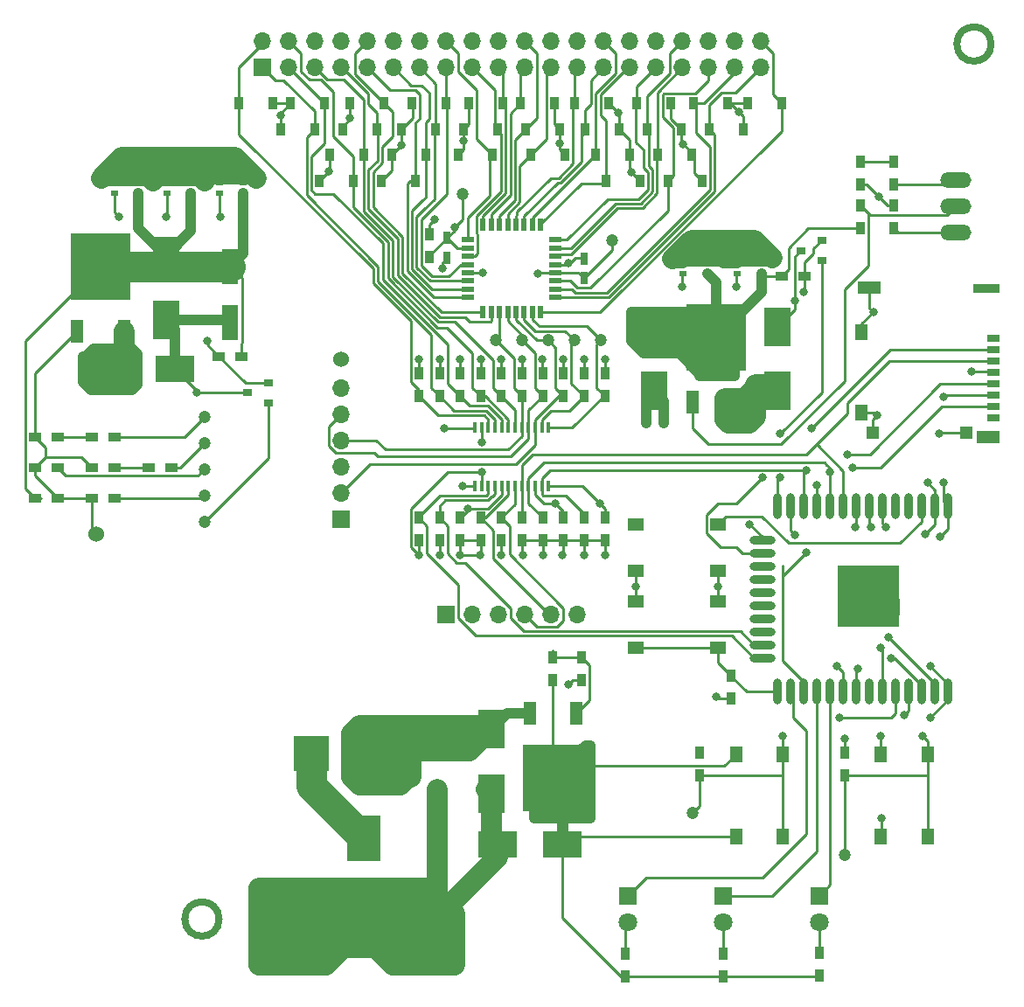
<source format=gbr>
%TF.GenerationSoftware,KiCad,Pcbnew,(5.1.6)-1*%
%TF.CreationDate,2020-09-10T03:51:47+02:00*%
%TF.ProjectId,Esp32TinyTester,45737033-3254-4696-9e79-546573746572,rev?*%
%TF.SameCoordinates,Original*%
%TF.FileFunction,Copper,L1,Top*%
%TF.FilePolarity,Positive*%
%FSLAX46Y46*%
G04 Gerber Fmt 4.6, Leading zero omitted, Abs format (unit mm)*
G04 Created by KiCad (PCBNEW (5.1.6)-1) date 2020-09-10 03:51:47*
%MOMM*%
%LPD*%
G01*
G04 APERTURE LIST*
%TA.AperFunction,EtchedComponent*%
%ADD10C,0.381000*%
%TD*%
%TA.AperFunction,ComponentPad*%
%ADD11R,1.700000X1.700000*%
%TD*%
%TA.AperFunction,ComponentPad*%
%ADD12O,1.700000X1.700000*%
%TD*%
%TA.AperFunction,SMDPad,CuDef*%
%ADD13O,0.900000X2.500000*%
%TD*%
%TA.AperFunction,SMDPad,CuDef*%
%ADD14O,2.500000X0.900000*%
%TD*%
%TA.AperFunction,SMDPad,CuDef*%
%ADD15R,6.000000X6.000000*%
%TD*%
%TA.AperFunction,SMDPad,CuDef*%
%ADD16R,0.900000X1.200000*%
%TD*%
%TA.AperFunction,SMDPad,CuDef*%
%ADD17R,1.300000X1.550000*%
%TD*%
%TA.AperFunction,SMDPad,CuDef*%
%ADD18C,1.200000*%
%TD*%
%TA.AperFunction,SMDPad,CuDef*%
%ADD19R,2.500000X0.950000*%
%TD*%
%TA.AperFunction,SMDPad,CuDef*%
%ADD20R,1.150000X1.500000*%
%TD*%
%TA.AperFunction,SMDPad,CuDef*%
%ADD21R,2.200000X1.150000*%
%TD*%
%TA.AperFunction,SMDPad,CuDef*%
%ADD22R,1.250000X1.160000*%
%TD*%
%TA.AperFunction,SMDPad,CuDef*%
%ADD23R,1.200000X1.160000*%
%TD*%
%TA.AperFunction,SMDPad,CuDef*%
%ADD24R,1.240000X0.800000*%
%TD*%
%TA.AperFunction,SMDPad,CuDef*%
%ADD25C,1.524000*%
%TD*%
%TA.AperFunction,SMDPad,CuDef*%
%ADD26R,0.700000X0.510000*%
%TD*%
%TA.AperFunction,SMDPad,CuDef*%
%ADD27R,3.750000X2.500000*%
%TD*%
%TA.AperFunction,SMDPad,CuDef*%
%ADD28R,2.500000X3.750000*%
%TD*%
%TA.AperFunction,SMDPad,CuDef*%
%ADD29R,0.750000X1.200000*%
%TD*%
%TA.AperFunction,SMDPad,CuDef*%
%ADD30R,1.600000X3.500000*%
%TD*%
%TA.AperFunction,SMDPad,CuDef*%
%ADD31R,1.200000X0.900000*%
%TD*%
%TA.AperFunction,SMDPad,CuDef*%
%ADD32R,3.500000X3.500000*%
%TD*%
%TA.AperFunction,ComponentPad*%
%ADD33C,1.800000*%
%TD*%
%TA.AperFunction,ComponentPad*%
%ADD34R,1.800000X1.800000*%
%TD*%
%TA.AperFunction,SMDPad,CuDef*%
%ADD35R,3.900000X6.200000*%
%TD*%
%TA.AperFunction,SMDPad,CuDef*%
%ADD36R,3.300000X4.400000*%
%TD*%
%TA.AperFunction,ComponentPad*%
%ADD37O,3.010000X1.510000*%
%TD*%
%TA.AperFunction,SMDPad,CuDef*%
%ADD38R,1.550000X1.300000*%
%TD*%
%TA.AperFunction,SMDPad,CuDef*%
%ADD39R,0.900000X0.800000*%
%TD*%
%TA.AperFunction,SMDPad,CuDef*%
%ADD40R,1.200000X2.200000*%
%TD*%
%TA.AperFunction,SMDPad,CuDef*%
%ADD41R,5.800000X6.400000*%
%TD*%
%TA.AperFunction,SMDPad,CuDef*%
%ADD42R,2.750000X3.050000*%
%TD*%
%TA.AperFunction,SMDPad,CuDef*%
%ADD43R,0.400000X1.100000*%
%TD*%
%TA.AperFunction,SMDPad,CuDef*%
%ADD44R,0.600000X1.200000*%
%TD*%
%TA.AperFunction,SMDPad,CuDef*%
%ADD45R,1.200000X0.600000*%
%TD*%
%TA.AperFunction,ViaPad*%
%ADD46C,0.800000*%
%TD*%
%TA.AperFunction,Conductor*%
%ADD47C,0.250000*%
%TD*%
%TA.AperFunction,Conductor*%
%ADD48C,1.000000*%
%TD*%
%TA.AperFunction,Conductor*%
%ADD49C,2.000000*%
%TD*%
%TA.AperFunction,Conductor*%
%ADD50C,3.000000*%
%TD*%
G04 APERTURE END LIST*
D10*
X71529080Y-140000000D02*
G75*
G03*
X71529080Y-140000000I-1529080J0D01*
G01*
X71790700Y-140000000D02*
G75*
G03*
X71790700Y-140000000I-1790700J0D01*
G01*
X146279080Y-55250000D02*
G75*
G03*
X146279080Y-55250000I-1529080J0D01*
G01*
X146540700Y-55250000D02*
G75*
G03*
X146540700Y-55250000I-1790700J0D01*
G01*
D11*
X75870000Y-57540000D03*
D12*
X75870000Y-55000000D03*
X78410000Y-57540000D03*
X78410000Y-55000000D03*
X80950000Y-57540000D03*
X80950000Y-55000000D03*
X83490000Y-57540000D03*
X83490000Y-55000000D03*
X86030000Y-57540000D03*
X86030000Y-55000000D03*
X88570000Y-57540000D03*
X88570000Y-55000000D03*
X91110000Y-57540000D03*
X91110000Y-55000000D03*
X93650000Y-57540000D03*
X93650000Y-55000000D03*
X96190000Y-57540000D03*
X96190000Y-55000000D03*
X98730000Y-57540000D03*
X98730000Y-55000000D03*
X101270000Y-57540000D03*
X101270000Y-55000000D03*
X103810000Y-57540000D03*
X103810000Y-55000000D03*
X106350000Y-57540000D03*
X106350000Y-55000000D03*
X108890000Y-57540000D03*
X108890000Y-55000000D03*
X111430000Y-57540000D03*
X111430000Y-55000000D03*
X113970000Y-57540000D03*
X113970000Y-55000000D03*
X116510000Y-57540000D03*
X116510000Y-55000000D03*
X119050000Y-57540000D03*
X119050000Y-55000000D03*
X121590000Y-57540000D03*
X121590000Y-55000000D03*
X124130000Y-57540000D03*
X124130000Y-55000000D03*
D13*
X142250000Y-118000000D03*
X140980000Y-118000000D03*
X139710000Y-118000000D03*
X138440000Y-118000000D03*
X137170000Y-118000000D03*
X135900000Y-118000000D03*
X134630000Y-118000000D03*
X133360000Y-118000000D03*
X132090000Y-118000000D03*
X130820000Y-118000000D03*
X129550000Y-118000000D03*
X128280000Y-118000000D03*
X127010000Y-118000000D03*
X125740000Y-118000000D03*
D14*
X124250000Y-114715000D03*
X124250000Y-113445000D03*
X124250000Y-112175000D03*
X124250000Y-110905000D03*
X124250000Y-109635000D03*
X124250000Y-108365000D03*
X124250000Y-107095000D03*
X124250000Y-105825000D03*
X124250000Y-104555000D03*
X124250000Y-103285000D03*
D13*
X125740000Y-100000000D03*
X127010000Y-100000000D03*
X128280000Y-100000000D03*
X129550000Y-100000000D03*
X130820000Y-100000000D03*
X132090000Y-100000000D03*
X133360000Y-100000000D03*
X134630000Y-100000000D03*
X135900000Y-100000000D03*
X137170000Y-100000000D03*
X138440000Y-100000000D03*
X139710000Y-100000000D03*
X140980000Y-100000000D03*
X142250000Y-100000000D03*
D15*
X134550000Y-108700000D03*
D16*
X118200000Y-123900000D03*
X118200000Y-126100000D03*
X132200000Y-123900000D03*
X132200000Y-126100000D03*
D17*
X121750000Y-124020000D03*
X126250000Y-124020000D03*
X126250000Y-131980000D03*
X121750000Y-131980000D03*
X135750000Y-124020000D03*
X140250000Y-124020000D03*
X140250000Y-131980000D03*
X135750000Y-131980000D03*
D18*
X132250000Y-133750000D03*
X117500000Y-129750000D03*
D19*
X145975000Y-78930000D03*
D20*
X133850000Y-90940000D03*
D21*
X134644999Y-78855000D03*
D20*
X133849999Y-83160001D03*
D21*
X146125000Y-93320000D03*
D22*
X143975000Y-92915000D03*
D23*
X134975000Y-92915000D03*
D24*
X146605000Y-83750000D03*
X146605000Y-84850000D03*
X146605000Y-85950000D03*
X146605000Y-87050000D03*
X146605000Y-88150000D03*
X146605000Y-89250000D03*
X146605000Y-90350000D03*
X146605000Y-91450000D03*
D18*
X70250000Y-91350000D03*
X70250000Y-96430000D03*
X70250000Y-93890000D03*
X70250000Y-98970000D03*
X70250000Y-101500000D03*
X109750000Y-74250000D03*
X95250000Y-69750000D03*
X98460000Y-83960000D03*
X101000000Y-83960000D03*
X103540000Y-83960000D03*
X106080000Y-83960000D03*
X108620000Y-83960000D03*
D25*
X83500000Y-85750000D03*
X59750000Y-102750000D03*
D16*
X81350000Y-68500000D03*
X84650000Y-68500000D03*
X92000000Y-75850000D03*
X92000000Y-73650000D03*
X115400000Y-61000000D03*
X112100000Y-61000000D03*
X122400000Y-63500000D03*
X119100000Y-63500000D03*
X109100000Y-68500000D03*
X112400000Y-68500000D03*
D26*
X116590000Y-75550000D03*
X116590000Y-76500000D03*
X116590000Y-77450000D03*
X118910000Y-77450000D03*
X118910000Y-76500000D03*
X118910000Y-75550000D03*
X61540000Y-67770000D03*
X61540000Y-68720000D03*
X61540000Y-69670000D03*
X63860000Y-69670000D03*
X63860000Y-68720000D03*
X63860000Y-67770000D03*
D27*
X67375000Y-86750000D03*
X61125000Y-86750000D03*
D28*
X66500000Y-75755000D03*
X66500000Y-82005000D03*
X98000000Y-121625000D03*
X98000000Y-127875000D03*
X125750000Y-88875000D03*
X125750000Y-82625000D03*
D29*
X107000000Y-76050000D03*
X107000000Y-77950000D03*
X93750000Y-74050000D03*
X93750000Y-75950000D03*
D27*
X98625000Y-132750000D03*
X104875000Y-132750000D03*
D28*
X113750000Y-88875000D03*
X113750000Y-82625000D03*
D30*
X72750000Y-76800000D03*
X72750000Y-82200000D03*
D31*
X92750000Y-124100000D03*
X92750000Y-127400000D03*
D16*
X85650000Y-66000000D03*
X82350000Y-66000000D03*
X88350000Y-66000000D03*
X91650000Y-66000000D03*
X98650000Y-63500000D03*
X95350000Y-63500000D03*
X78600000Y-61000000D03*
X81900000Y-61000000D03*
X90650000Y-68500000D03*
X87350000Y-68500000D03*
X93650000Y-61000000D03*
X90350000Y-61000000D03*
X80900000Y-63500000D03*
X77600000Y-63500000D03*
X86900000Y-63500000D03*
X83600000Y-63500000D03*
X92650000Y-63500000D03*
X89350000Y-63500000D03*
X95850000Y-61000000D03*
X99150000Y-61000000D03*
X108100000Y-66000000D03*
X111400000Y-66000000D03*
X84350000Y-61000000D03*
X87650000Y-61000000D03*
X114100000Y-66000000D03*
X117400000Y-66000000D03*
X110400000Y-63500000D03*
X107100000Y-63500000D03*
X100850000Y-61000000D03*
X104150000Y-61000000D03*
X104650000Y-63500000D03*
X101350000Y-63500000D03*
X117600000Y-61000000D03*
X120900000Y-61000000D03*
X109400000Y-61000000D03*
X106100000Y-61000000D03*
X116400000Y-63500000D03*
X113100000Y-63500000D03*
X94850000Y-66000000D03*
X98150000Y-66000000D03*
X73600000Y-61000000D03*
X76900000Y-61000000D03*
X118400000Y-68500000D03*
X115100000Y-68500000D03*
X105150000Y-66000000D03*
X101850000Y-66000000D03*
X126150000Y-61000000D03*
X122850000Y-61000000D03*
D32*
X87400000Y-124000000D03*
X80600000Y-124000000D03*
D33*
X111250000Y-140290000D03*
D34*
X111250000Y-137750000D03*
D35*
X91450000Y-141200000D03*
X78550000Y-141200000D03*
D36*
X85700000Y-132200000D03*
D12*
X106370000Y-110500000D03*
X103830000Y-110500000D03*
X101290000Y-110500000D03*
X98750000Y-110500000D03*
X96210000Y-110500000D03*
D11*
X93670000Y-110500000D03*
X83500000Y-101250000D03*
D12*
X83500000Y-98710000D03*
X83500000Y-96170000D03*
X83500000Y-93630000D03*
X83500000Y-91090000D03*
X83500000Y-88550000D03*
D37*
X143000000Y-73500000D03*
X143000000Y-70960000D03*
X143000000Y-68420000D03*
D34*
X129750000Y-137750000D03*
D33*
X129750000Y-140290000D03*
D38*
X119980000Y-113750000D03*
X119980000Y-109250000D03*
X112020000Y-109250000D03*
X112020000Y-113750000D03*
X119980000Y-101750000D03*
X119980000Y-106250000D03*
X112020000Y-106250000D03*
X112020000Y-101750000D03*
D26*
X68940000Y-67770000D03*
X68940000Y-68720000D03*
X68940000Y-69670000D03*
X66620000Y-69670000D03*
X66620000Y-68720000D03*
X66620000Y-67770000D03*
X71700000Y-67770000D03*
X71700000Y-68720000D03*
X71700000Y-69670000D03*
X74020000Y-69670000D03*
X74020000Y-68720000D03*
X74020000Y-67770000D03*
D39*
X74400000Y-89040000D03*
X76400000Y-88090000D03*
X76400000Y-89990000D03*
D26*
X121840000Y-75550000D03*
X121840000Y-76500000D03*
X121840000Y-77450000D03*
X124160000Y-77450000D03*
X124160000Y-76500000D03*
X124160000Y-75550000D03*
D39*
X130000000Y-76200000D03*
X130000000Y-74300000D03*
X128000000Y-75250000D03*
D31*
X53860000Y-93280000D03*
X56060000Y-93280000D03*
X61560000Y-93280000D03*
X59360000Y-93280000D03*
X56060000Y-96280000D03*
X53860000Y-96280000D03*
X59360000Y-96280000D03*
X61560000Y-96280000D03*
X56060000Y-99280000D03*
X53860000Y-99280000D03*
X59360000Y-99280000D03*
X61560000Y-99280000D03*
X67060000Y-96280000D03*
X64860000Y-96280000D03*
D16*
X106750000Y-114650000D03*
X106750000Y-116850000D03*
X104000000Y-114650000D03*
X104000000Y-116850000D03*
X133750000Y-68850000D03*
X133750000Y-66650000D03*
X133750000Y-73100000D03*
X133750000Y-70900000D03*
X137000000Y-70900000D03*
X137000000Y-73100000D03*
D31*
X73850000Y-85500000D03*
X71650000Y-85500000D03*
D16*
X137000000Y-66650000D03*
X137000000Y-68850000D03*
X121250000Y-116400000D03*
X121250000Y-118600000D03*
X93000000Y-101150000D03*
X93000000Y-103350000D03*
X95000000Y-103350000D03*
X95000000Y-101150000D03*
X97000000Y-101150000D03*
X97000000Y-103350000D03*
X129750000Y-143300000D03*
X129750000Y-145500000D03*
X111000000Y-143400000D03*
X111000000Y-145600000D03*
X120500000Y-143400000D03*
X120500000Y-145600000D03*
X99000000Y-103350000D03*
X99000000Y-101150000D03*
X91000000Y-101150000D03*
X91000000Y-103350000D03*
X101000000Y-101150000D03*
X101000000Y-103350000D03*
X103000000Y-103350000D03*
X103000000Y-101150000D03*
X105000000Y-101150000D03*
X105000000Y-103350000D03*
X107000000Y-103350000D03*
X107000000Y-101150000D03*
X109000000Y-101150000D03*
X109000000Y-103350000D03*
X91000000Y-87150000D03*
X91000000Y-89350000D03*
X93000000Y-89350000D03*
X93000000Y-87150000D03*
X94990000Y-87150000D03*
X94990000Y-89350000D03*
X96980000Y-87180000D03*
X96980000Y-89380000D03*
X99000000Y-89350000D03*
X99000000Y-87150000D03*
X101000000Y-87150000D03*
X101000000Y-89350000D03*
X103000000Y-89350000D03*
X103000000Y-87150000D03*
X105000000Y-87150000D03*
X105000000Y-89350000D03*
X107000000Y-89350000D03*
X107000000Y-87150000D03*
X109000000Y-89350000D03*
X109000000Y-87150000D03*
D31*
X128350000Y-77750000D03*
X126150000Y-77750000D03*
D33*
X120500000Y-140290000D03*
D34*
X120500000Y-137750000D03*
D40*
X57880000Y-83080000D03*
X62440000Y-83080000D03*
D41*
X60160000Y-76780000D03*
D42*
X61685000Y-75105000D03*
X58635000Y-78455000D03*
X58635000Y-75105000D03*
X61685000Y-78455000D03*
D40*
X117470000Y-89950000D03*
X122030000Y-89950000D03*
D41*
X119750000Y-83650000D03*
D42*
X121275000Y-81975000D03*
X118225000Y-85325000D03*
X118225000Y-81975000D03*
X121275000Y-85325000D03*
D43*
X96425000Y-98100000D03*
X97075000Y-98100000D03*
X97725000Y-98100000D03*
X98375000Y-98100000D03*
X99025000Y-98100000D03*
X99675000Y-98100000D03*
X100325000Y-98100000D03*
X100975000Y-98100000D03*
X101625000Y-98100000D03*
X102275000Y-98100000D03*
X102925000Y-98100000D03*
X103575000Y-98100000D03*
X103575000Y-92400000D03*
X102925000Y-92400000D03*
X102275000Y-92400000D03*
X101625000Y-92400000D03*
X100975000Y-92400000D03*
X100325000Y-92400000D03*
X99675000Y-92400000D03*
X99025000Y-92400000D03*
X98375000Y-92400000D03*
X97725000Y-92400000D03*
X97075000Y-92400000D03*
X96425000Y-92400000D03*
D44*
X102800000Y-81250000D03*
X102000000Y-81250000D03*
X101200000Y-81250000D03*
X100400000Y-81250000D03*
X99600000Y-81250000D03*
X98800000Y-81250000D03*
X98000000Y-81250000D03*
X97200000Y-81250000D03*
D45*
X95750000Y-79800000D03*
X95750000Y-79000000D03*
X95750000Y-78200000D03*
X95750000Y-77400000D03*
X95750000Y-76600000D03*
X95750000Y-75800000D03*
X95750000Y-75000000D03*
X95750000Y-74200000D03*
D44*
X97200000Y-72750000D03*
X98000000Y-72750000D03*
X98800000Y-72750000D03*
X99600000Y-72750000D03*
X100400000Y-72750000D03*
X101200000Y-72750000D03*
X102000000Y-72750000D03*
X102800000Y-72750000D03*
D45*
X104250000Y-74200000D03*
X104250000Y-75000000D03*
X104250000Y-75800000D03*
X104250000Y-76600000D03*
X104250000Y-77400000D03*
X104250000Y-78200000D03*
X104250000Y-79000000D03*
X104250000Y-79800000D03*
D42*
X102475000Y-124675000D03*
X105525000Y-128025000D03*
X105525000Y-124675000D03*
X102475000Y-128025000D03*
D41*
X104000000Y-126350000D03*
D40*
X101720000Y-120050000D03*
X106280000Y-120050000D03*
D46*
X140500000Y-115500000D03*
X140500000Y-120500000D03*
X75500000Y-138500000D03*
X75500000Y-137000000D03*
X75500000Y-140000000D03*
X75500000Y-141500000D03*
X75500000Y-143000000D03*
X75500000Y-144500000D03*
X81500000Y-143000000D03*
X81500000Y-144500000D03*
X94500000Y-143000000D03*
X94500000Y-141500000D03*
X81500000Y-141500000D03*
X81500000Y-140000000D03*
X77000000Y-137000000D03*
X78500000Y-137000000D03*
X94500000Y-140000000D03*
X81500000Y-138500000D03*
X81500000Y-137000000D03*
X80000000Y-137000000D03*
X90000000Y-137000000D03*
X88500000Y-138500000D03*
X88500000Y-137000000D03*
X94500000Y-144500000D03*
X88500000Y-144500000D03*
X88500000Y-143000000D03*
X88500000Y-140000000D03*
X88500000Y-141500000D03*
X132500000Y-110500000D03*
X134500000Y-110500000D03*
X136500000Y-110500000D03*
X134500000Y-108500000D03*
X134500000Y-106750000D03*
X136250000Y-102000000D03*
X134750000Y-102000000D03*
X106200000Y-130200000D03*
X107600000Y-130200000D03*
X107600000Y-128800000D03*
X107600000Y-127400000D03*
X107600000Y-126000000D03*
X107600000Y-124600000D03*
X107600000Y-123200000D03*
X103400000Y-130200000D03*
X102200000Y-130200000D03*
X120600000Y-89600000D03*
X120600000Y-90800000D03*
X123600000Y-89400000D03*
X123600000Y-90800000D03*
X123600000Y-88200000D03*
X132200000Y-122500000D03*
X118200000Y-123800000D03*
X139750000Y-122250000D03*
X135800000Y-130250000D03*
X119750000Y-118500000D03*
X135750000Y-122250000D03*
X121600000Y-87400000D03*
X120000000Y-87400000D03*
X118200000Y-87400000D03*
X116200000Y-85200000D03*
X116200000Y-84000000D03*
X116200000Y-82600000D03*
X116200000Y-81200000D03*
X111600000Y-81200000D03*
X111600000Y-83000000D03*
X114600000Y-85200000D03*
X112750000Y-85200000D03*
X113000000Y-92000000D03*
X114750000Y-92000000D03*
X140250000Y-97750000D03*
X140000000Y-102750000D03*
X141400000Y-93000000D03*
X135400000Y-91200000D03*
X141800000Y-89400000D03*
X135000000Y-81200000D03*
X138000000Y-120250000D03*
X135500000Y-70000000D03*
X128250000Y-79250000D03*
X125250000Y-76000000D03*
X123000000Y-76000000D03*
X120250000Y-74250000D03*
X123000000Y-74250000D03*
X117750000Y-76000000D03*
X117750000Y-74250000D03*
X120500000Y-76500000D03*
X115500000Y-76000000D03*
X121750000Y-78750000D03*
X116500000Y-78750000D03*
X62500000Y-84750000D03*
X63750000Y-85250000D03*
X60750000Y-88750000D03*
X62000000Y-88750000D03*
X58500000Y-88000000D03*
X58500000Y-86750000D03*
X58500000Y-85500000D03*
X85250000Y-121250000D03*
X84500000Y-126250000D03*
X84500000Y-125000000D03*
X84500000Y-123500000D03*
X84500000Y-122250000D03*
X85500000Y-127000000D03*
X86750000Y-127000000D03*
X88000000Y-127000000D03*
X90250000Y-126250000D03*
X89250000Y-127000000D03*
X95250000Y-123750000D03*
X94000000Y-121250000D03*
X92750000Y-121250000D03*
X95250000Y-122500000D03*
X94000000Y-122500000D03*
X95250000Y-121250000D03*
X90250000Y-125000000D03*
X91500000Y-121250000D03*
X90250000Y-122500000D03*
X92750000Y-122500000D03*
X89000000Y-121250000D03*
X90250000Y-123750000D03*
X91500000Y-122500000D03*
X90250000Y-121250000D03*
X86500000Y-121250000D03*
X87750000Y-121250000D03*
X75250000Y-68250000D03*
X60250000Y-68250000D03*
X62750000Y-68500000D03*
X65250000Y-68500000D03*
X67750000Y-68250000D03*
X62750000Y-66250000D03*
X67750000Y-66250000D03*
X70250000Y-68500000D03*
X73000000Y-68250000D03*
X73000000Y-66250000D03*
X70500000Y-84000000D03*
X105500000Y-117250000D03*
X83500000Y-85750000D03*
X70250000Y-101500000D03*
X70250000Y-96500000D03*
X62000000Y-72000000D03*
X66500000Y-72000000D03*
X71750000Y-72000000D03*
X70250000Y-93890000D03*
X70250000Y-91350000D03*
X70250000Y-99000000D03*
X129000000Y-92500000D03*
X131500000Y-115500000D03*
X133500000Y-115750000D03*
X135750000Y-113750000D03*
X133000000Y-96250000D03*
X132500000Y-95000000D03*
X132500000Y-108500000D03*
X132500000Y-106750000D03*
X136500000Y-106750000D03*
X136750000Y-114750000D03*
X136500000Y-112750000D03*
X93500000Y-92500000D03*
X92500000Y-72250000D03*
X93250000Y-77000000D03*
X126000000Y-93000000D03*
X123000000Y-101750000D03*
X141500000Y-103000000D03*
X133250000Y-102000000D03*
X129500000Y-98000000D03*
X127400000Y-102800000D03*
X94500000Y-73000000D03*
X105500000Y-76500000D03*
X97200000Y-77430000D03*
X95220000Y-98100000D03*
X82300000Y-67550000D03*
X77600000Y-62150000D03*
X84350000Y-62400000D03*
X89300000Y-65050000D03*
X95350000Y-64650000D03*
X104650000Y-64850000D03*
X110325000Y-61925000D03*
X111575000Y-67675000D03*
X116575000Y-64925000D03*
X121950000Y-61800000D03*
X141800000Y-97750000D03*
X109000000Y-104750000D03*
X107000000Y-104750000D03*
X104930000Y-104750000D03*
X103000000Y-104750000D03*
X101050000Y-104750000D03*
X98970000Y-104750000D03*
X96970000Y-104750000D03*
X95010000Y-104750000D03*
X93000000Y-104750000D03*
X91000000Y-104750000D03*
X91000000Y-85750000D03*
X93000000Y-85750000D03*
X95000000Y-85750000D03*
X97000000Y-85750000D03*
X99000000Y-85750000D03*
X101010000Y-85750000D03*
X102980000Y-85750000D03*
X104960000Y-85750000D03*
X107000000Y-85750000D03*
X109000000Y-85750000D03*
X97080000Y-93800000D03*
X97060000Y-96680000D03*
X128500000Y-96500000D03*
X104250000Y-99750000D03*
X108500000Y-99750000D03*
X95750000Y-100250000D03*
X127424999Y-80075001D03*
X98000000Y-130500000D03*
X119980000Y-107820000D03*
X112020000Y-107780000D03*
X136500000Y-108600000D03*
X92750000Y-137750000D03*
X94075000Y-138575000D03*
X67375000Y-84625000D03*
X69995000Y-82005000D03*
X70995000Y-82005000D03*
X69540000Y-89040000D03*
X59500000Y-88750000D03*
X63250000Y-88750000D03*
X63750000Y-87750000D03*
X59500000Y-84750000D03*
X60750000Y-84750000D03*
X63750000Y-86500000D03*
X121000000Y-92000000D03*
X123000000Y-92000000D03*
X122000000Y-91000000D03*
X102500000Y-77500000D03*
X144500000Y-87000000D03*
X126000000Y-97250000D03*
X105000000Y-130200000D03*
X70250000Y-66250000D03*
X65250000Y-66250000D03*
X130820000Y-96680000D03*
X124250000Y-97250000D03*
X128500000Y-104500000D03*
X131700000Y-120500000D03*
X126250000Y-122250000D03*
D47*
X96425000Y-98100000D02*
X95220000Y-98100000D01*
X107000000Y-76050000D02*
X106950000Y-76000000D01*
X106950000Y-76000000D02*
X106126408Y-76000000D01*
X105626408Y-76500000D02*
X105500000Y-76500000D01*
X106126408Y-76000000D02*
X105626408Y-76500000D01*
X105400000Y-76600000D02*
X105500000Y-76500000D01*
X104250000Y-76600000D02*
X105400000Y-76600000D01*
X104150000Y-63000000D02*
X104650000Y-63500000D01*
X104150000Y-61000000D02*
X104150000Y-63000000D01*
X104650000Y-65500000D02*
X105150000Y-66000000D01*
X104650000Y-63500000D02*
X104650000Y-64850000D01*
X95850000Y-63000000D02*
X95350000Y-63500000D01*
X95850000Y-61000000D02*
X95850000Y-63000000D01*
X95350000Y-65500000D02*
X94850000Y-66000000D01*
X95350000Y-63500000D02*
X95350000Y-64650000D01*
X97170000Y-77400000D02*
X97200000Y-77430000D01*
X95750000Y-77400000D02*
X97170000Y-77400000D01*
X115400000Y-62500000D02*
X116400000Y-63500000D01*
X115400000Y-61000000D02*
X115400000Y-62500000D01*
X116400000Y-64750000D02*
X116575000Y-64925000D01*
X116400000Y-63500000D02*
X116400000Y-64750000D01*
X90450000Y-62400000D02*
X89350000Y-63500000D01*
X90450000Y-61000000D02*
X90450000Y-62400000D01*
X89350000Y-65000000D02*
X89300000Y-65050000D01*
X89350000Y-63500000D02*
X89350000Y-65000000D01*
X88350000Y-67500000D02*
X87350000Y-68500000D01*
X88350000Y-66000000D02*
X88350000Y-67500000D01*
X84350000Y-62500000D02*
X83350000Y-63500000D01*
X84350000Y-61000000D02*
X84350000Y-62400000D01*
X82350000Y-67500000D02*
X82300000Y-67550000D01*
X82350000Y-66000000D02*
X82350000Y-67500000D01*
X117650000Y-67750000D02*
X118400000Y-68500000D01*
X117650000Y-66000000D02*
X117650000Y-67750000D01*
X121150000Y-61000000D02*
X122850000Y-61000000D01*
X122400000Y-62250000D02*
X121950000Y-61800000D01*
X122400000Y-63500000D02*
X122400000Y-62250000D01*
X77600000Y-62000000D02*
X78600000Y-61000000D01*
X77600000Y-63500000D02*
X77600000Y-62150000D01*
X76900000Y-61000000D02*
X78600000Y-61000000D01*
X111400000Y-67500000D02*
X111400000Y-66000000D01*
X112400000Y-68500000D02*
X111575000Y-67675000D01*
X111400000Y-64500000D02*
X110400000Y-63500000D01*
X111400000Y-66000000D02*
X111400000Y-64500000D01*
X110400000Y-62000000D02*
X110325000Y-61925000D01*
X110400000Y-63500000D02*
X110400000Y-62000000D01*
X93250000Y-76450000D02*
X93750000Y-75950000D01*
X93250000Y-77000000D02*
X93250000Y-76450000D01*
X82300000Y-67550000D02*
X81350000Y-68500000D01*
X77600000Y-62150000D02*
X77600000Y-62000000D01*
X84350000Y-62400000D02*
X84350000Y-62500000D01*
X89300000Y-65050000D02*
X88350000Y-66000000D01*
X95350000Y-64650000D02*
X95350000Y-65500000D01*
X104650000Y-64850000D02*
X104650000Y-65500000D01*
X110325000Y-61925000D02*
X109400000Y-61000000D01*
X111575000Y-67675000D02*
X111400000Y-67500000D01*
X116575000Y-64925000D02*
X117650000Y-66000000D01*
X121950000Y-61800000D02*
X121150000Y-61000000D01*
X91000000Y-85750000D02*
X91000000Y-87150000D01*
X93000000Y-85750000D02*
X93000000Y-87150000D01*
X95000000Y-87140000D02*
X94990000Y-87150000D01*
X95000000Y-85750000D02*
X95000000Y-87140000D01*
X97000000Y-87160000D02*
X96980000Y-87180000D01*
X97000000Y-85750000D02*
X97000000Y-87160000D01*
X99000000Y-85750000D02*
X99000000Y-87150000D01*
X101010000Y-87140000D02*
X101000000Y-87150000D01*
X101010000Y-85750000D02*
X101010000Y-87140000D01*
X102980000Y-87130000D02*
X103000000Y-87150000D01*
X102980000Y-85750000D02*
X102980000Y-87130000D01*
X104960000Y-87110000D02*
X105000000Y-87150000D01*
X104960000Y-85750000D02*
X104960000Y-87110000D01*
X109000000Y-85750000D02*
X109000000Y-87150000D01*
X107000000Y-85750000D02*
X107000000Y-87150000D01*
X91000000Y-87150000D02*
X91000000Y-87150000D01*
X97075000Y-93795000D02*
X97080000Y-93800000D01*
X97075000Y-92400000D02*
X97075000Y-93795000D01*
X106450000Y-77400000D02*
X107000000Y-77950000D01*
X104250000Y-77400000D02*
X106450000Y-77400000D01*
X92000000Y-72750000D02*
X92500000Y-72250000D01*
X92000000Y-73650000D02*
X92000000Y-72750000D01*
X94700000Y-75000000D02*
X95750000Y-75000000D01*
X93750000Y-74050000D02*
X94700000Y-75000000D01*
X92000000Y-75800000D02*
X93750000Y-74050000D01*
X92000000Y-75850000D02*
X92000000Y-75800000D01*
X109000000Y-104750000D02*
X109000000Y-103350000D01*
X107000000Y-103350000D02*
X107000000Y-104750000D01*
X105000000Y-104680000D02*
X104930000Y-104750000D01*
X105000000Y-103350000D02*
X105000000Y-104680000D01*
X103000000Y-103350000D02*
X103000000Y-104750000D01*
X101000000Y-104700000D02*
X101050000Y-104750000D01*
X101000000Y-103350000D02*
X101000000Y-104700000D01*
X99000000Y-104720000D02*
X98970000Y-104750000D01*
X99000000Y-103350000D02*
X99000000Y-104720000D01*
X97000000Y-104720000D02*
X96970000Y-104750000D01*
X97000000Y-103350000D02*
X97000000Y-104720000D01*
X95000000Y-104740000D02*
X95010000Y-104750000D01*
X95000000Y-103350000D02*
X95000000Y-103350000D01*
X93000000Y-103350000D02*
X93000000Y-104750000D01*
X91000000Y-103350000D02*
X91000000Y-104750000D01*
X95000000Y-103350000D02*
X95000000Y-104740000D01*
X97075000Y-96695000D02*
X97060000Y-96680000D01*
X97075000Y-98100000D02*
X97075000Y-96695000D01*
X92242178Y-79000000D02*
X90324979Y-77082801D01*
X95750000Y-79000000D02*
X92242178Y-79000000D01*
X90324979Y-77082801D02*
X90324979Y-71425021D01*
X91650000Y-62864998D02*
X92000000Y-62514998D01*
X91650000Y-66000000D02*
X91650000Y-62864998D01*
X92000000Y-62514998D02*
X92000000Y-60000000D01*
X92000000Y-60000000D02*
X91250000Y-59250000D01*
X90280000Y-59250000D02*
X88570000Y-57540000D01*
X91250000Y-59250000D02*
X90280000Y-59250000D01*
X98000000Y-71736410D02*
X99875011Y-69861399D01*
X98000000Y-72750000D02*
X98000000Y-71736410D01*
X99875011Y-61974989D02*
X100850000Y-61000000D01*
X99875011Y-69861399D02*
X99875011Y-61974989D01*
X100850000Y-57960000D02*
X101270000Y-57540000D01*
X100850000Y-61000000D02*
X100850000Y-57960000D01*
X104748583Y-68672829D02*
X106750000Y-66671412D01*
X101200000Y-72750000D02*
X101200000Y-71900000D01*
X104427170Y-68672830D02*
X104748583Y-68672829D01*
X101200000Y-71900000D02*
X104427170Y-68672830D01*
X106750000Y-64100000D02*
X107350000Y-63500000D01*
X106750000Y-64750000D02*
X106750000Y-64100000D01*
X106750000Y-64750000D02*
X106750000Y-64600000D01*
X106750000Y-66671412D02*
X106750000Y-64750000D01*
X107649990Y-58780010D02*
X108890000Y-57540000D01*
X107649990Y-61100010D02*
X107649990Y-58780010D01*
X107100000Y-61650000D02*
X107649990Y-61100010D01*
X107100000Y-63500000D02*
X107100000Y-61650000D01*
X93219358Y-81250000D02*
X89424959Y-77455601D01*
X89424959Y-77455601D02*
X89424959Y-73924959D01*
X97200000Y-81250000D02*
X93219358Y-81250000D01*
X89424959Y-73924959D02*
X86574999Y-71074999D01*
X86574999Y-67639999D02*
X87464998Y-66750000D01*
X86574999Y-71074999D02*
X86574999Y-67639999D01*
X87464998Y-65250000D02*
X88500000Y-64214998D01*
X87464998Y-66750000D02*
X87464998Y-65250000D01*
X88500000Y-61850000D02*
X87650000Y-61000000D01*
X88500000Y-64214998D02*
X88500000Y-61850000D01*
X84854999Y-56175001D02*
X86030000Y-55000000D01*
X87650000Y-61000000D02*
X84854999Y-58204999D01*
X84854999Y-58204999D02*
X84854999Y-56175001D01*
X95750000Y-74200000D02*
X95750000Y-72077180D01*
X97900000Y-69927180D02*
X97900000Y-66000000D01*
X95750000Y-72077180D02*
X97900000Y-69927180D01*
X94825001Y-56175001D02*
X93650000Y-55000000D01*
X94825001Y-57914003D02*
X94825001Y-56175001D01*
X96625001Y-59714003D02*
X94825001Y-57914003D01*
X96625001Y-64475001D02*
X96625001Y-59714003D01*
X98150000Y-66000000D02*
X96625001Y-64475001D01*
X97924999Y-82175001D02*
X95925001Y-82175001D01*
X98000000Y-81250000D02*
X98000000Y-82100000D01*
X98000000Y-82100000D02*
X97924999Y-82175001D01*
X95925001Y-82175001D02*
X95450010Y-81700010D01*
X93032957Y-81700009D02*
X88974950Y-77642002D01*
X95450010Y-81700010D02*
X93032957Y-81700009D01*
X88974950Y-77642002D02*
X88974950Y-74111360D01*
X86124989Y-71261399D02*
X86124990Y-67453598D01*
X88974950Y-74111360D02*
X86124989Y-71261399D01*
X86124990Y-67453598D02*
X87014988Y-66563600D01*
X87014988Y-63864988D02*
X86650000Y-63500000D01*
X87014988Y-66563600D02*
X87014988Y-63864988D01*
X83553590Y-57540000D02*
X83490000Y-57540000D01*
X86100010Y-60086420D02*
X83553590Y-57540000D01*
X86100010Y-61085012D02*
X86100010Y-60086420D01*
X86900000Y-61885002D02*
X86100010Y-61085012D01*
X86900000Y-63500000D02*
X86900000Y-61885002D01*
X93750000Y-69750000D02*
X93750000Y-61000000D01*
X91224999Y-72275001D02*
X93750000Y-69750000D01*
X95064998Y-76600000D02*
X93915008Y-77749990D01*
X95750000Y-76600000D02*
X95064998Y-76600000D01*
X92264988Y-77749990D02*
X91224999Y-76710001D01*
X93915008Y-77749990D02*
X92264988Y-77749990D01*
X91224999Y-76710001D02*
X91224999Y-72275001D01*
X93650000Y-61000000D02*
X93650000Y-57540000D01*
X98800000Y-71900000D02*
X100325021Y-70374979D01*
X98800000Y-72750000D02*
X98800000Y-71900000D01*
X100325021Y-64524979D02*
X101350000Y-63500000D01*
X100325021Y-70374979D02*
X100325021Y-64524979D01*
X102445001Y-56175001D02*
X101270000Y-55000000D01*
X102445001Y-62404999D02*
X102445001Y-56175001D01*
X101350000Y-63500000D02*
X102445001Y-62404999D01*
X108064998Y-66000000D02*
X108350000Y-66000000D01*
X102000000Y-72064998D02*
X108064998Y-66000000D01*
X102000000Y-72750000D02*
X102000000Y-72064998D01*
X110065001Y-58063587D02*
X110065001Y-56175001D01*
X110065001Y-56175001D02*
X108890000Y-55000000D01*
X108100000Y-60028588D02*
X110065001Y-58063587D01*
X108100000Y-66000000D02*
X108100000Y-60028588D01*
X97730001Y-90305001D02*
X95945001Y-90305001D01*
X95945001Y-90305001D02*
X94990000Y-89350000D01*
X99025000Y-91600000D02*
X97730001Y-90305001D01*
X99025000Y-92400000D02*
X99025000Y-91600000D01*
X81900000Y-64850000D02*
X81900000Y-61000000D01*
X82704360Y-69750000D02*
X80964998Y-69750000D01*
X80574999Y-66175001D02*
X81900000Y-64850000D01*
X87500000Y-74545640D02*
X82704360Y-69750000D01*
X80964998Y-69750000D02*
X80574999Y-69360001D01*
X80574999Y-69360001D02*
X80574999Y-66175001D01*
X81870000Y-61000000D02*
X78410000Y-57540000D01*
X81900000Y-61000000D02*
X81870000Y-61000000D01*
X93775001Y-84351283D02*
X87500000Y-78076282D01*
X93775001Y-88135001D02*
X93775001Y-84351283D01*
X87500000Y-78076282D02*
X87500000Y-74545640D01*
X94990000Y-89350000D02*
X93775001Y-88135001D01*
X80574999Y-63825001D02*
X80900000Y-63500000D01*
X98974991Y-63944991D02*
X98530000Y-63500000D01*
X98974991Y-69488599D02*
X98974991Y-63944991D01*
X96574999Y-71888591D02*
X98974991Y-69488599D01*
X95750000Y-75800000D02*
X96435002Y-75800000D01*
X96435002Y-75800000D02*
X96675001Y-75560001D01*
X96675001Y-73675001D02*
X96574999Y-73574999D01*
X96675001Y-75560001D02*
X96675001Y-73675001D01*
X96574999Y-73574999D02*
X96574999Y-71888591D01*
X98374999Y-59724999D02*
X96190000Y-57540000D01*
X98374999Y-63224999D02*
X98374999Y-59724999D01*
X98650000Y-63500000D02*
X98374999Y-63224999D01*
X94405011Y-90755011D02*
X93000000Y-89350000D01*
X98375000Y-91600000D02*
X97530011Y-90755011D01*
X97530011Y-90755011D02*
X94405011Y-90755011D01*
X98375000Y-92400000D02*
X98375000Y-91600000D01*
X80124989Y-64275011D02*
X80900000Y-63500000D01*
X80124989Y-69874989D02*
X80124989Y-64275011D01*
X87049990Y-76799990D02*
X80124989Y-69874989D01*
X80900000Y-61769002D02*
X77880998Y-58750000D01*
X80900000Y-63500000D02*
X80900000Y-61769002D01*
X77080000Y-58750000D02*
X75870000Y-57540000D01*
X77880998Y-58750000D02*
X77080000Y-58750000D01*
X87049990Y-78262682D02*
X87049990Y-76799990D01*
X92224999Y-83437691D02*
X87049990Y-78262682D01*
X92224999Y-88574999D02*
X92224999Y-83437691D01*
X93000000Y-89350000D02*
X92224999Y-88574999D01*
X119625011Y-69546401D02*
X119625011Y-64025011D01*
X109371412Y-79800000D02*
X119625011Y-69546401D01*
X119625011Y-64025011D02*
X119100000Y-63500000D01*
X104250000Y-79800000D02*
X109371412Y-79800000D01*
X119100000Y-61164998D02*
X120264998Y-60000000D01*
X119100000Y-63500000D02*
X119100000Y-61164998D01*
X121670000Y-60000000D02*
X124130000Y-57540000D01*
X120264998Y-60000000D02*
X121670000Y-60000000D01*
X102800000Y-72750000D02*
X102800000Y-72700000D01*
X102800000Y-72700000D02*
X106750000Y-68750000D01*
X99600000Y-71736410D02*
X100775031Y-70561379D01*
X99600000Y-72750000D02*
X99600000Y-71736410D01*
X100775031Y-67074969D02*
X101850000Y-66000000D01*
X100775031Y-70561379D02*
X100775031Y-67074969D01*
X92078588Y-78200000D02*
X90774989Y-76896401D01*
X95750000Y-78200000D02*
X92078588Y-78200000D01*
X90774989Y-76896401D02*
X90774989Y-71975011D01*
X92855021Y-91205021D02*
X91000000Y-89350000D01*
X97330021Y-91205021D02*
X92855021Y-91205021D01*
X97725000Y-91600000D02*
X97330021Y-91205021D01*
X97725000Y-92400000D02*
X97725000Y-91600000D01*
X95750000Y-79800000D02*
X92405768Y-79800000D01*
X92405768Y-79800000D02*
X89874969Y-77269201D01*
X99425001Y-61275001D02*
X99150000Y-61000000D01*
X99425001Y-69674999D02*
X99425001Y-61275001D01*
X97200000Y-71900000D02*
X99425001Y-69674999D01*
X97200000Y-72750000D02*
X97200000Y-71900000D01*
X105761409Y-75625001D02*
X110236392Y-71150018D01*
X104424999Y-75625001D02*
X105761409Y-75625001D01*
X104250000Y-75800000D02*
X104424999Y-75625001D01*
X112657804Y-71150018D02*
X114075020Y-69732800D01*
X110236392Y-71150018D02*
X112657804Y-71150018D01*
X114075020Y-66274980D02*
X114350000Y-66000000D01*
X114075020Y-69732800D02*
X114075020Y-66274980D01*
X114100000Y-59950000D02*
X116510000Y-57540000D01*
X114100000Y-66000000D02*
X114100000Y-59950000D01*
X108850000Y-68750000D02*
X109100000Y-68500000D01*
X106750000Y-68750000D02*
X108850000Y-68750000D01*
X101850000Y-66000000D02*
X103374999Y-64475001D01*
X103374999Y-57975001D02*
X103810000Y-57540000D01*
X103374999Y-64475001D02*
X103374999Y-57975001D01*
X92500000Y-70250000D02*
X92500000Y-69250000D01*
X91500000Y-71250000D02*
X92500000Y-70250000D01*
X90774989Y-71975011D02*
X91500000Y-71250000D01*
X92500000Y-69250000D02*
X92500000Y-63500000D01*
X92650000Y-59080000D02*
X91110000Y-57540000D01*
X92650000Y-63500000D02*
X92650000Y-59080000D01*
X75870000Y-55254998D02*
X75870000Y-55000000D01*
X73600000Y-57524998D02*
X75870000Y-55254998D01*
X73600000Y-63986410D02*
X73600000Y-57524998D01*
X86599980Y-76986390D02*
X73600000Y-63986410D01*
X90224999Y-88010001D02*
X90224999Y-82074101D01*
X91000000Y-89350000D02*
X91000000Y-88785002D01*
X91000000Y-88785002D02*
X90224999Y-88010001D01*
X86599980Y-78449082D02*
X86599980Y-76986390D01*
X90224999Y-82074101D02*
X86599980Y-78449082D01*
X109209991Y-79325011D02*
X119175001Y-69360001D01*
X106178599Y-79325011D02*
X109209991Y-79325011D01*
X105853588Y-79000000D02*
X106178599Y-79325011D01*
X104250000Y-79000000D02*
X105853588Y-79000000D01*
X117850000Y-63885002D02*
X117850000Y-61000000D01*
X119175001Y-65210003D02*
X117850000Y-63885002D01*
X119175001Y-69360001D02*
X119175001Y-65210003D01*
X117600000Y-61000000D02*
X118628588Y-61000000D01*
X121590000Y-58038588D02*
X121590000Y-57540000D01*
X118628588Y-61000000D02*
X121590000Y-58038588D01*
X104250000Y-75000000D02*
X105750000Y-75000000D01*
X105750000Y-75000000D02*
X110049990Y-70700010D01*
X113625011Y-69546401D02*
X113625010Y-67453598D01*
X110049990Y-70700010D02*
X112471403Y-70700009D01*
X112471403Y-70700009D02*
X113625011Y-69546401D01*
X113235012Y-67063600D02*
X113235012Y-63635012D01*
X113235012Y-63635012D02*
X113100000Y-63500000D01*
X113625010Y-67453598D02*
X113235012Y-67063600D01*
X115334999Y-56175001D02*
X116510000Y-55000000D01*
X115334999Y-58078591D02*
X115334999Y-56175001D01*
X113100000Y-60313590D02*
X115334999Y-58078591D01*
X113100000Y-63500000D02*
X113100000Y-60313590D01*
X89874969Y-68775031D02*
X90150000Y-68500000D01*
X89874969Y-77269201D02*
X89874969Y-68775031D01*
X88190010Y-59700010D02*
X86030000Y-57540000D01*
X90685012Y-59700010D02*
X88190010Y-59700010D01*
X91125001Y-60139999D02*
X90685012Y-59700010D01*
X91125001Y-62424999D02*
X91125001Y-60139999D01*
X90650000Y-62900000D02*
X91125001Y-62424999D01*
X90650000Y-68500000D02*
X90650000Y-62900000D01*
X99150000Y-57960000D02*
X98730000Y-57540000D01*
X99150000Y-61000000D02*
X99150000Y-57960000D01*
X126150000Y-63657822D02*
X126150000Y-61000000D01*
X108557822Y-81250000D02*
X126150000Y-63657822D01*
X102800000Y-81250000D02*
X108557822Y-81250000D01*
X125305001Y-60155001D02*
X126150000Y-61000000D01*
X125305001Y-56175001D02*
X125305001Y-60155001D01*
X124130000Y-55000000D02*
X125305001Y-56175001D01*
X104250000Y-74200000D02*
X105300000Y-74200000D01*
X105300000Y-74200000D02*
X109250000Y-70250000D01*
X113175001Y-67639999D02*
X112785002Y-67250000D01*
X109250000Y-70250000D02*
X112250000Y-70250000D01*
X113175001Y-69360001D02*
X113175001Y-67639999D01*
X112250000Y-70250000D02*
X112285002Y-70250000D01*
X112285002Y-70250000D02*
X113175001Y-69360001D01*
X112785002Y-65500000D02*
X112035002Y-64750000D01*
X112785002Y-67250000D02*
X112785002Y-65500000D01*
X112035002Y-61064998D02*
X112100000Y-61000000D01*
X112035002Y-64750000D02*
X112035002Y-61064998D01*
X112100000Y-59410000D02*
X113970000Y-57540000D01*
X112100000Y-61000000D02*
X112100000Y-59410000D01*
X106364999Y-78875001D02*
X107635001Y-78875001D01*
X104250000Y-78200000D02*
X105689998Y-78200000D01*
X105689998Y-78200000D02*
X106364999Y-78875001D01*
X115100000Y-71410002D02*
X115100000Y-68500000D01*
X107635001Y-78875001D02*
X115100000Y-71410002D01*
X115624999Y-67975001D02*
X115100000Y-68500000D01*
X115624999Y-63361409D02*
X115624999Y-67975001D01*
X114624999Y-62361409D02*
X115624999Y-63361409D01*
X119050000Y-58774999D02*
X117750000Y-60074999D01*
X114624999Y-60139999D02*
X114624999Y-62361409D01*
X119050000Y-57540000D02*
X119050000Y-58774999D01*
X117750000Y-60074999D02*
X114689999Y-60074999D01*
X114689999Y-60074999D02*
X114624999Y-60139999D01*
X101000000Y-98125000D02*
X100975000Y-98100000D01*
X101000000Y-101150000D02*
X101000000Y-98125000D01*
X105850000Y-92400000D02*
X109000000Y-89250000D01*
X103575000Y-92400000D02*
X105850000Y-92400000D01*
X101625000Y-99775000D02*
X101625000Y-98100000D01*
X103000000Y-101150000D02*
X101625000Y-99775000D01*
X107000000Y-100750000D02*
X105225001Y-98975001D01*
X107000000Y-101150000D02*
X107000000Y-100750000D01*
X102925000Y-98900000D02*
X102925000Y-98100000D01*
X103000001Y-98975001D02*
X102925000Y-98900000D01*
X105225001Y-98975001D02*
X103000001Y-98975001D01*
X101625000Y-93488590D02*
X101625000Y-92400000D01*
X86668591Y-94805001D02*
X87063600Y-95200010D01*
X82935999Y-94805001D02*
X86668591Y-94805001D01*
X87063600Y-95200010D02*
X99913580Y-95200010D01*
X82324999Y-94194001D02*
X82935999Y-94805001D01*
X82324999Y-92265001D02*
X82324999Y-94194001D01*
X99913580Y-95200010D02*
X101625000Y-93488590D01*
X83500000Y-91090000D02*
X82324999Y-92265001D01*
X100408591Y-95954999D02*
X102275000Y-94088590D01*
X86255001Y-95954999D02*
X100408591Y-95954999D01*
X102275000Y-94088590D02*
X102275000Y-92400000D01*
X83500000Y-98710000D02*
X86255001Y-95954999D01*
X132340000Y-109000000D02*
X132340000Y-107090000D01*
X133610000Y-107110000D02*
X133500000Y-107000000D01*
X133610000Y-109000000D02*
X133610000Y-107110000D01*
X136150000Y-107150000D02*
X136000000Y-107000000D01*
X136150000Y-109000000D02*
X136150000Y-108600000D01*
X105000000Y-101150000D02*
X105000000Y-101150000D01*
X105000000Y-100500000D02*
X104250000Y-99750000D01*
X105000000Y-101150000D02*
X105000000Y-100500000D01*
X102275000Y-98886410D02*
X102275000Y-98100000D01*
X103138590Y-99750000D02*
X102275000Y-98886410D01*
X104250000Y-99750000D02*
X103138590Y-99750000D01*
X109000000Y-101150000D02*
X109000000Y-101150000D01*
X103575000Y-98100000D02*
X106850000Y-98100000D01*
X109000000Y-100250000D02*
X109000000Y-101150000D01*
X106850000Y-98100000D02*
X109000000Y-100250000D01*
X97725000Y-98100000D02*
X97725000Y-98785002D01*
X97725000Y-98785002D02*
X97510002Y-99000000D01*
X97510002Y-99000000D02*
X93000000Y-99000000D01*
X91000000Y-101000000D02*
X91000000Y-101150000D01*
X93000000Y-99000000D02*
X91000000Y-101000000D01*
X98375000Y-98100000D02*
X98375000Y-98785002D01*
X98080001Y-99080001D02*
X98066411Y-99080001D01*
X98066411Y-99080001D02*
X97696402Y-99450010D01*
X98375000Y-98785002D02*
X98080001Y-99080001D01*
X97696402Y-99450010D02*
X93549990Y-99450010D01*
X93000000Y-100000000D02*
X93000000Y-101150000D01*
X93549990Y-99450010D02*
X93000000Y-100000000D01*
X95925001Y-100224999D02*
X95075000Y-101075000D01*
X97700001Y-100224999D02*
X95925001Y-100224999D01*
X99025000Y-98900000D02*
X97700001Y-100224999D01*
X99025000Y-98100000D02*
X99025000Y-98900000D01*
X95075000Y-101075000D02*
X95000000Y-101150000D01*
X96325000Y-92500000D02*
X96425000Y-92400000D01*
X95000000Y-92500000D02*
X96325000Y-92500000D01*
X97455000Y-89380000D02*
X96980000Y-89380000D01*
X99675000Y-91600000D02*
X97455000Y-89380000D01*
X99675000Y-92400000D02*
X99675000Y-91600000D01*
X79585001Y-56175001D02*
X78410000Y-55000000D01*
X79585001Y-57914003D02*
X79585001Y-56175001D01*
X81488591Y-58715001D02*
X80385999Y-58715001D01*
X82675001Y-59901411D02*
X81488591Y-58715001D01*
X82675001Y-64210003D02*
X82675001Y-59901411D01*
X80385999Y-58715001D02*
X79585001Y-57914003D01*
X84650000Y-66185002D02*
X82675001Y-64210003D01*
X84650000Y-68500000D02*
X84650000Y-66185002D01*
X84650000Y-71059230D02*
X84650000Y-68500000D01*
X88000000Y-77939872D02*
X88000000Y-74409230D01*
X96980000Y-89380000D02*
X96204999Y-88604999D01*
X88000000Y-74409230D02*
X84650000Y-71059230D01*
X96204999Y-88604999D02*
X96204999Y-85204999D01*
X96204999Y-85204999D02*
X93719936Y-82719936D01*
X93719936Y-82719936D02*
X92780064Y-82719936D01*
X92780064Y-82719936D02*
X88000000Y-77939872D01*
X88500000Y-74272820D02*
X85674980Y-71447798D01*
X85674980Y-66024980D02*
X85650000Y-66000000D01*
X85674980Y-71447798D02*
X85674980Y-66024980D01*
X82125001Y-58715001D02*
X80950000Y-57540000D01*
X83700003Y-58715001D02*
X82125001Y-58715001D01*
X85650000Y-60664998D02*
X83700003Y-58715001D01*
X85650000Y-66000000D02*
X85650000Y-60664998D01*
X92846556Y-82150018D02*
X88500000Y-77803462D01*
X94473021Y-82150019D02*
X92846556Y-82150018D01*
X88500000Y-77803462D02*
X88500000Y-74272820D01*
X98224999Y-85901997D02*
X94473021Y-82150019D01*
X98224999Y-88574999D02*
X98224999Y-85901997D01*
X99000000Y-89350000D02*
X98224999Y-88574999D01*
X100325000Y-99825000D02*
X99000000Y-101150000D01*
X100325000Y-98100000D02*
X100325000Y-99825000D01*
X137170000Y-110750000D02*
X137420000Y-110500000D01*
X137420000Y-110500000D02*
X137420000Y-109000000D01*
D48*
X67375000Y-82880000D02*
X66500000Y-82005000D01*
X67375000Y-86750000D02*
X67375000Y-84625000D01*
X72555000Y-82005000D02*
X72750000Y-82200000D01*
X66500000Y-82005000D02*
X69995000Y-82005000D01*
D47*
X69665000Y-89040000D02*
X67375000Y-86750000D01*
D49*
X92750000Y-139900000D02*
X91450000Y-141200000D01*
X92750000Y-127400000D02*
X92750000Y-137750000D01*
X98625000Y-134025000D02*
X94075000Y-138575000D01*
X98625000Y-132750000D02*
X98625000Y-134025000D01*
X98000000Y-132125000D02*
X98625000Y-132750000D01*
X98000000Y-127875000D02*
X98000000Y-130500000D01*
X97525000Y-127400000D02*
X98000000Y-127875000D01*
D47*
X127424999Y-80950001D02*
X125750000Y-82625000D01*
X127424999Y-75825001D02*
X127424999Y-80075001D01*
X128000000Y-75250000D02*
X127424999Y-75825001D01*
X136400000Y-70900000D02*
X135500000Y-70000000D01*
X137000000Y-70900000D02*
X136400000Y-70900000D01*
X134350000Y-68850000D02*
X135500000Y-70000000D01*
X133750000Y-68850000D02*
X134350000Y-68850000D01*
X124250000Y-103000000D02*
X123000000Y-101750000D01*
X124250000Y-103285000D02*
X124250000Y-103000000D01*
X127424999Y-80075001D02*
X127424999Y-80950001D01*
X105900000Y-116850000D02*
X105500000Y-117250000D01*
X106750000Y-116850000D02*
X105900000Y-116850000D01*
D49*
X98000000Y-130500000D02*
X98000000Y-132125000D01*
D47*
X119980000Y-106250000D02*
X119980000Y-107820000D01*
X112020000Y-109250000D02*
X112020000Y-107780000D01*
X141950000Y-89250000D02*
X141800000Y-89400000D01*
X146605000Y-89250000D02*
X141950000Y-89250000D01*
X141485000Y-92915000D02*
X141400000Y-93000000D01*
X143975000Y-92915000D02*
X141485000Y-92915000D01*
X134975000Y-91625000D02*
X135400000Y-91200000D01*
X134975000Y-92915000D02*
X134975000Y-91625000D01*
X135140000Y-90940000D02*
X135400000Y-91200000D01*
X133850000Y-90940000D02*
X135140000Y-90940000D01*
X134644999Y-80844999D02*
X135000000Y-81200000D01*
X134644999Y-78855000D02*
X134644999Y-80844999D01*
X133849999Y-82350001D02*
X135000000Y-81200000D01*
X133849999Y-83160001D02*
X133849999Y-82350001D01*
X119980000Y-107820000D02*
X119980000Y-109250000D01*
X112020000Y-107780000D02*
X112020000Y-106250000D01*
D48*
X113000000Y-89625000D02*
X113750000Y-88875000D01*
X113000000Y-92000000D02*
X113000000Y-89625000D01*
X114750000Y-89875000D02*
X113750000Y-88875000D01*
X114750000Y-92000000D02*
X114750000Y-89875000D01*
D47*
X141800000Y-99550000D02*
X142250000Y-100000000D01*
X141800000Y-97750000D02*
X141800000Y-99550000D01*
X142250000Y-102250000D02*
X142250000Y-100000000D01*
X141500000Y-103000000D02*
X142250000Y-102250000D01*
X136150000Y-108600000D02*
X136150000Y-107150000D01*
X132200000Y-123900000D02*
X132200000Y-122500000D01*
D49*
X92750000Y-137750000D02*
X92750000Y-139900000D01*
X94075000Y-138575000D02*
X91450000Y-141200000D01*
X75500000Y-144500000D02*
X82000000Y-144500000D01*
X86799999Y-142799999D02*
X88500000Y-144500000D01*
X83700001Y-142799999D02*
X86799999Y-142799999D01*
X82000000Y-144500000D02*
X83700001Y-142799999D01*
X94500000Y-144500000D02*
X88500000Y-144500000D01*
X75899999Y-142600001D02*
X75500000Y-143000000D01*
X94100001Y-142600001D02*
X75899999Y-142600001D01*
X94500000Y-143000000D02*
X94100001Y-142600001D01*
X75500000Y-141500000D02*
X94500000Y-141500000D01*
X94500000Y-140000000D02*
X75500000Y-140000000D01*
X94000000Y-138500000D02*
X94075000Y-138575000D01*
X75500000Y-138500000D02*
X94000000Y-138500000D01*
X76250000Y-137750000D02*
X75500000Y-138500000D01*
X92750000Y-137750000D02*
X76250000Y-137750000D01*
X92000000Y-137000000D02*
X92750000Y-137750000D01*
X75500000Y-137000000D02*
X92000000Y-137000000D01*
X94500000Y-139500000D02*
X92750000Y-137750000D01*
X94500000Y-144500000D02*
X94500000Y-139500000D01*
X75500000Y-144500000D02*
X75500000Y-137000000D01*
D47*
X142250000Y-117250000D02*
X142250000Y-118000000D01*
X140500000Y-115500000D02*
X142250000Y-117250000D01*
X142250000Y-118750000D02*
X142250000Y-118000000D01*
X140500000Y-120500000D02*
X142250000Y-118750000D01*
X74400000Y-89040000D02*
X69540000Y-89040000D01*
D48*
X67375000Y-84625000D02*
X67375000Y-82880000D01*
X69995000Y-82005000D02*
X70995000Y-82005000D01*
X70995000Y-82005000D02*
X72555000Y-82005000D01*
D47*
X69540000Y-89040000D02*
X69540000Y-89040000D01*
D49*
X62440000Y-85435000D02*
X61937500Y-85937500D01*
X62440000Y-83080000D02*
X62440000Y-83080000D01*
X61125000Y-86750000D02*
X61125000Y-86750000D01*
X61937500Y-85937500D02*
X61125000Y-86750000D01*
X62440000Y-85060000D02*
X62440000Y-85435000D01*
X62440000Y-84060000D02*
X62440000Y-85060000D01*
X62440000Y-83080000D02*
X62440000Y-84060000D01*
X61125000Y-86750000D02*
X61125000Y-86750000D01*
D48*
X60750000Y-86375000D02*
X61125000Y-86750000D01*
X60750000Y-84750000D02*
X60750000Y-86375000D01*
X59500000Y-85125000D02*
X61125000Y-86750000D01*
X59500000Y-84750000D02*
X59500000Y-85125000D01*
X59875000Y-85500000D02*
X61125000Y-86750000D01*
X58500000Y-85500000D02*
X59875000Y-85500000D01*
X58500000Y-86750000D02*
X61125000Y-86750000D01*
X59875000Y-88000000D02*
X61125000Y-86750000D01*
X58500000Y-88000000D02*
X59875000Y-88000000D01*
X59500000Y-88375000D02*
X61125000Y-86750000D01*
X59500000Y-88750000D02*
X59500000Y-88375000D01*
X60750000Y-87125000D02*
X61125000Y-86750000D01*
X60750000Y-88750000D02*
X60750000Y-87125000D01*
X62000000Y-87625000D02*
X61125000Y-86750000D01*
X62000000Y-88750000D02*
X62000000Y-87625000D01*
X63125000Y-88750000D02*
X61125000Y-86750000D01*
X63250000Y-88750000D02*
X63125000Y-88750000D01*
X62125000Y-87750000D02*
X61125000Y-86750000D01*
X63750000Y-87750000D02*
X62125000Y-87750000D01*
X61375000Y-86500000D02*
X61125000Y-86750000D01*
X63750000Y-86500000D02*
X61375000Y-86500000D01*
X62625000Y-85250000D02*
X61125000Y-86750000D01*
X63750000Y-85250000D02*
X62625000Y-85250000D01*
X63750000Y-88250000D02*
X63250000Y-88750000D01*
X63750000Y-85250000D02*
X63750000Y-88250000D01*
X63250000Y-88750000D02*
X59500000Y-88750000D01*
X59250000Y-88750000D02*
X58500000Y-88000000D01*
X59500000Y-88750000D02*
X59250000Y-88750000D01*
X58500000Y-85750000D02*
X59500000Y-84750000D01*
X58500000Y-88000000D02*
X58500000Y-85750000D01*
X63250000Y-84750000D02*
X63750000Y-85250000D01*
X59500000Y-84750000D02*
X63250000Y-84750000D01*
X61500000Y-88750000D02*
X63750000Y-86500000D01*
X60750000Y-88750000D02*
X61500000Y-88750000D01*
X61750000Y-88750000D02*
X58500000Y-85500000D01*
X62000000Y-88750000D02*
X61750000Y-88750000D01*
X61125000Y-85375000D02*
X61375000Y-85375000D01*
X58500000Y-88000000D02*
X61125000Y-85375000D01*
X63750000Y-87750000D02*
X61375000Y-85375000D01*
X61375000Y-85375000D02*
X60750000Y-84750000D01*
D49*
X85250000Y-127000000D02*
X84500000Y-126250000D01*
X89250000Y-127000000D02*
X85250000Y-127000000D01*
X84500000Y-122000000D02*
X85250000Y-121250000D01*
X84500000Y-126250000D02*
X84500000Y-122000000D01*
X89000000Y-121250000D02*
X90250000Y-122500000D01*
X85250000Y-121250000D02*
X89000000Y-121250000D01*
X90250000Y-126000000D02*
X89250000Y-127000000D01*
X90250000Y-121250000D02*
X90250000Y-126000000D01*
X89250000Y-121500000D02*
X89000000Y-121250000D01*
X89250000Y-127000000D02*
X89250000Y-121500000D01*
X90250000Y-126250000D02*
X84500000Y-126250000D01*
X85500000Y-121500000D02*
X85250000Y-121250000D01*
X85500000Y-127000000D02*
X85500000Y-121500000D01*
X97625000Y-121250000D02*
X98000000Y-121625000D01*
X89000000Y-121250000D02*
X97625000Y-121250000D01*
X97125000Y-122500000D02*
X98000000Y-121625000D01*
X90250000Y-122500000D02*
X97125000Y-122500000D01*
X90250000Y-123750000D02*
X95250000Y-123750000D01*
X95875000Y-123750000D02*
X98000000Y-121625000D01*
X95250000Y-123750000D02*
X95875000Y-123750000D01*
D48*
X99575000Y-120050000D02*
X98000000Y-121625000D01*
X101720000Y-120050000D02*
X99575000Y-120050000D01*
D49*
X120600000Y-89600000D02*
X120600000Y-90674990D01*
X120600000Y-89600000D02*
X122400000Y-89600000D01*
X123600000Y-88200000D02*
X123600000Y-89600000D01*
X123600000Y-89600000D02*
X123600000Y-90674990D01*
X125075000Y-88200000D02*
X125750000Y-88875000D01*
X123600000Y-88200000D02*
X125075000Y-88200000D01*
D48*
X120600000Y-90800000D02*
X122200000Y-90800000D01*
X123200000Y-88200000D02*
X121200000Y-90200000D01*
X123600000Y-88200000D02*
X123200000Y-88200000D01*
X87750000Y-123650000D02*
X87400000Y-124000000D01*
X87750000Y-121250000D02*
X87750000Y-123650000D01*
X122200000Y-90800000D02*
X123600000Y-90800000D01*
D49*
X122400000Y-89600000D02*
X123600000Y-89600000D01*
D48*
X121200000Y-90200000D02*
X120600000Y-90800000D01*
D49*
X120600000Y-91600000D02*
X121000000Y-92000000D01*
X120600000Y-90800000D02*
X120600000Y-91600000D01*
X121000000Y-92000000D02*
X123000000Y-92000000D01*
X123600000Y-91400000D02*
X123000000Y-92000000D01*
X123600000Y-90800000D02*
X123600000Y-91400000D01*
D47*
X107000000Y-77950000D02*
X107000000Y-77950000D01*
X102600000Y-77400000D02*
X102500000Y-77500000D01*
X104250000Y-77400000D02*
X102600000Y-77400000D01*
X109750000Y-75200000D02*
X109750000Y-74250000D01*
X107000000Y-77950000D02*
X109750000Y-75200000D01*
X94500000Y-73300000D02*
X93750000Y-74050000D01*
X94500000Y-73000000D02*
X94500000Y-73300000D01*
X95250000Y-72250000D02*
X94500000Y-73000000D01*
X95250000Y-69750000D02*
X95250000Y-72250000D01*
X146555000Y-87000000D02*
X146605000Y-87050000D01*
X144500000Y-87000000D02*
X146555000Y-87000000D01*
X101625000Y-97300000D02*
X102212500Y-96712500D01*
X102212500Y-96712500D02*
X102212500Y-96698910D01*
X101625000Y-98100000D02*
X101625000Y-97300000D01*
X102212500Y-96698910D02*
X103141116Y-95770294D01*
X146605000Y-90350000D02*
X141650000Y-90350000D01*
X128270294Y-95770294D02*
X128729706Y-95770294D01*
X103141116Y-95770294D02*
X128270294Y-95770294D01*
X134655002Y-95000000D02*
X132500000Y-95000000D01*
X141505002Y-88150000D02*
X134655002Y-95000000D01*
X146605000Y-88150000D02*
X141505002Y-88150000D01*
X132090000Y-96590000D02*
X132090000Y-100000000D01*
X100975000Y-98100000D02*
X100975000Y-96025000D01*
X146605000Y-85950000D02*
X136550000Y-85950000D01*
X101625000Y-90725000D02*
X103000000Y-89350000D01*
X101625000Y-92400000D02*
X101625000Y-90725000D01*
X101000000Y-83500000D02*
X101000000Y-83960000D01*
X99600000Y-82100000D02*
X101000000Y-83500000D01*
X99600000Y-81250000D02*
X99600000Y-82100000D01*
X102224999Y-88574999D02*
X102224999Y-85184999D01*
X102224999Y-85184999D02*
X101000000Y-83960000D01*
X103000000Y-89350000D02*
X102224999Y-88574999D01*
X100975000Y-89375000D02*
X101000000Y-89350000D01*
X100975000Y-92400000D02*
X100975000Y-89375000D01*
X98800000Y-83620000D02*
X98460000Y-83960000D01*
X98800000Y-81250000D02*
X98800000Y-83620000D01*
X100224999Y-85724999D02*
X98460000Y-83960000D01*
X100224999Y-88574999D02*
X100224999Y-85724999D01*
X101000000Y-89350000D02*
X100224999Y-88574999D01*
X100975000Y-92400000D02*
X100975000Y-93200000D01*
X87775001Y-94525001D02*
X86880000Y-93630000D01*
X100975000Y-93200000D02*
X99649999Y-94525001D01*
X99649999Y-94525001D02*
X87775001Y-94525001D01*
X86620000Y-93630000D02*
X83500000Y-93630000D01*
X86880000Y-93630000D02*
X86620000Y-93630000D01*
X102275000Y-91600000D02*
X104525000Y-89350000D01*
X104525000Y-89350000D02*
X105000000Y-89350000D01*
X102275000Y-92400000D02*
X102275000Y-91600000D01*
X102424998Y-83960000D02*
X103540000Y-83960000D01*
X100400000Y-81935002D02*
X102424998Y-83960000D01*
X100400000Y-81250000D02*
X100400000Y-81935002D01*
X104224999Y-84644999D02*
X103540000Y-83960000D01*
X104224999Y-88574999D02*
X104224999Y-84644999D01*
X105000000Y-89350000D02*
X104224999Y-88574999D01*
X76400000Y-95350000D02*
X70250000Y-101500000D01*
X76400000Y-89990000D02*
X76400000Y-95350000D01*
X54424998Y-99280000D02*
X53860000Y-99280000D01*
X52934999Y-84005001D02*
X57970000Y-78970000D01*
X52934999Y-98354999D02*
X52934999Y-84005001D01*
X53860000Y-99280000D02*
X52934999Y-98354999D01*
D50*
X72730000Y-76780000D02*
X72750000Y-76800000D01*
X60160000Y-76780000D02*
X72730000Y-76780000D01*
D48*
X63860000Y-73115000D02*
X63860000Y-69675001D01*
X66500000Y-75755000D02*
X63860000Y-73115000D01*
X68940000Y-73315000D02*
X68940000Y-69675001D01*
X66500000Y-75755000D02*
X68940000Y-73315000D01*
D47*
X73875001Y-77925001D02*
X72750000Y-76800000D01*
X73875001Y-84210001D02*
X73875001Y-77925001D01*
X73850000Y-84235002D02*
X73875001Y-84210001D01*
X73850000Y-85500000D02*
X73850000Y-84235002D01*
X57970000Y-78970000D02*
X59220000Y-77720000D01*
D48*
X74020000Y-75530000D02*
X74020000Y-69675001D01*
X72750000Y-76800000D02*
X74020000Y-75530000D01*
X119750000Y-78295001D02*
X118910000Y-77455001D01*
X119750000Y-83650000D02*
X119750000Y-78295001D01*
X124160000Y-79240000D02*
X124160000Y-77455001D01*
X119750000Y-83650000D02*
X124160000Y-79240000D01*
D47*
X124460000Y-77750000D02*
X124160000Y-77450000D01*
X126150000Y-77750000D02*
X124460000Y-77750000D01*
D48*
X117575000Y-82625000D02*
X118225000Y-81975000D01*
X121600000Y-85650000D02*
X121275000Y-85325000D01*
X121600000Y-87400000D02*
X121600000Y-85650000D01*
X120000000Y-83900000D02*
X119750000Y-83650000D01*
X120000000Y-87400000D02*
X120000000Y-83900000D01*
X118200000Y-87400000D02*
X118200000Y-85200000D01*
X116200000Y-85200000D02*
X118200000Y-85200000D01*
X119400000Y-84000000D02*
X119750000Y-83650000D01*
X116200000Y-84000000D02*
X119400000Y-84000000D01*
X114650000Y-83000000D02*
X115025000Y-82625000D01*
X111600000Y-83000000D02*
X114650000Y-83000000D01*
X113750000Y-82625000D02*
X115025000Y-82625000D01*
X115025000Y-82625000D02*
X117575000Y-82625000D01*
X112750000Y-83625000D02*
X113750000Y-82625000D01*
X112750000Y-85200000D02*
X112750000Y-83625000D01*
X111600000Y-81200000D02*
X112400000Y-81200000D01*
X112750000Y-81550000D02*
X112400000Y-81200000D01*
X112400000Y-81200000D02*
X116200000Y-81200000D01*
X114600000Y-83475000D02*
X113750000Y-82625000D01*
X118200000Y-85200000D02*
X119750000Y-83650000D01*
X115125000Y-84000000D02*
X113750000Y-82625000D01*
X116200000Y-84000000D02*
X115125000Y-84000000D01*
X116200000Y-85000000D02*
X116400000Y-85200000D01*
X112750000Y-85200000D02*
X116400000Y-85200000D01*
X116400000Y-85200000D02*
X118200000Y-85200000D01*
X111600000Y-84050000D02*
X112750000Y-85200000D01*
X111600000Y-81200000D02*
X111600000Y-84050000D01*
X116200000Y-82600000D02*
X115400000Y-81800000D01*
X115600000Y-81800000D02*
X116200000Y-81200000D01*
X115400000Y-81800000D02*
X115600000Y-81800000D01*
X117300000Y-81200000D02*
X119750000Y-83650000D01*
X116200000Y-81200000D02*
X117300000Y-81200000D01*
X116200000Y-85200000D02*
X116200000Y-81800000D01*
X116200000Y-81200000D02*
X116200000Y-81800000D01*
X116200000Y-81800000D02*
X116200000Y-85000000D01*
X116200000Y-84000000D02*
X113950000Y-84000000D01*
X115000000Y-85200000D02*
X116200000Y-84000000D01*
X114600000Y-85200000D02*
X115000000Y-85200000D01*
X116200000Y-83800000D02*
X115025000Y-82625000D01*
X116200000Y-85200000D02*
X116200000Y-83800000D01*
X111600000Y-82600000D02*
X113475000Y-84475000D01*
X111600000Y-81200000D02*
X111600000Y-82600000D01*
X113950000Y-84000000D02*
X113475000Y-84475000D01*
X113475000Y-84475000D02*
X112750000Y-85200000D01*
X112750000Y-81850000D02*
X112750000Y-81550000D01*
X111600000Y-83000000D02*
X112750000Y-81850000D01*
X112250000Y-81850000D02*
X112750000Y-81850000D01*
X111600000Y-81200000D02*
X112250000Y-81850000D01*
X112750000Y-84150000D02*
X112750000Y-84550000D01*
X111600000Y-83000000D02*
X112750000Y-84150000D01*
X112750000Y-85200000D02*
X112750000Y-84550000D01*
X112750000Y-84550000D02*
X112750000Y-81550000D01*
X112750000Y-85200000D02*
X113600000Y-85200000D01*
X113600000Y-85200000D02*
X114600000Y-84200000D01*
X114600000Y-85200000D02*
X114600000Y-84200000D01*
X114600000Y-84200000D02*
X114600000Y-83475000D01*
X116200000Y-84000000D02*
X118225000Y-81975000D01*
X116200000Y-85200000D02*
X116200000Y-84000000D01*
X118050000Y-83650000D02*
X116200000Y-81800000D01*
X119750000Y-83650000D02*
X118050000Y-83650000D01*
X117750000Y-83650000D02*
X116200000Y-85200000D01*
X119750000Y-83650000D02*
X117750000Y-83650000D01*
X118200000Y-87200000D02*
X116200000Y-85200000D01*
X118200000Y-87400000D02*
X118200000Y-87200000D01*
X121600000Y-87400000D02*
X118200000Y-87400000D01*
X119200000Y-87400000D02*
X121275000Y-85325000D01*
X121600000Y-87400000D02*
X121000000Y-86800000D01*
X119000000Y-86800000D02*
X118400000Y-87400000D01*
X121000000Y-86800000D02*
X119000000Y-86800000D01*
X118200000Y-87400000D02*
X118400000Y-87400000D01*
X118400000Y-87400000D02*
X119200000Y-87400000D01*
X118050000Y-81800000D02*
X118225000Y-81975000D01*
X115400000Y-81800000D02*
X118050000Y-81800000D01*
D47*
X126814998Y-77085002D02*
X126150000Y-77750000D01*
X126814998Y-75000000D02*
X126814998Y-77085002D01*
X128714998Y-73100000D02*
X126814998Y-75000000D01*
X133750000Y-73100000D02*
X128714998Y-73100000D01*
D48*
X116095001Y-76000000D02*
X116590000Y-76494999D01*
X115500000Y-76000000D02*
X116095001Y-76000000D01*
X121000000Y-76000000D02*
X125250000Y-76000000D01*
X120500000Y-76500000D02*
X121000000Y-76000000D01*
X120000000Y-76000000D02*
X115500000Y-76000000D01*
X117750000Y-76000000D02*
X123000000Y-76000000D01*
X124160000Y-75410000D02*
X123000000Y-74250000D01*
X124160000Y-75550000D02*
X124160000Y-75410000D01*
X123000000Y-74390000D02*
X121840000Y-75550000D01*
X123000000Y-74250000D02*
X123000000Y-74390000D01*
X121550000Y-75550000D02*
X120250000Y-74250000D01*
X121840000Y-75550000D02*
X121550000Y-75550000D01*
X120210000Y-74250000D02*
X118910000Y-75550000D01*
X120250000Y-74250000D02*
X120210000Y-74250000D01*
X118910000Y-75410000D02*
X117750000Y-74250000D01*
X118910000Y-75550000D02*
X118910000Y-75410000D01*
X117750000Y-74390000D02*
X116590000Y-75550000D01*
X117750000Y-74250000D02*
X117750000Y-74390000D01*
X124800000Y-75550000D02*
X125250000Y-76000000D01*
X116590000Y-75550000D02*
X124800000Y-75550000D01*
X120500000Y-74500000D02*
X120250000Y-74250000D01*
X120500000Y-76500000D02*
X120500000Y-74500000D01*
X123000000Y-76000000D02*
X123000000Y-74250000D01*
X117750000Y-76000000D02*
X117750000Y-74250000D01*
X120000000Y-76000000D02*
X117750000Y-76000000D01*
X120500000Y-76500000D02*
X120000000Y-76000000D01*
X123905009Y-76000000D02*
X124160000Y-76254991D01*
X123000000Y-76000000D02*
X123905009Y-76000000D01*
X124414991Y-76000000D02*
X124160000Y-76254991D01*
X125250000Y-76000000D02*
X124414991Y-76000000D01*
X120505001Y-76494999D02*
X120500000Y-76500000D01*
X123000000Y-76000000D02*
X122334999Y-76000000D01*
X121840000Y-76494999D02*
X120505001Y-76494999D01*
X122334999Y-76000000D02*
X121840000Y-76494999D01*
X116595001Y-76494999D02*
X116590000Y-76494999D01*
X120500000Y-76500000D02*
X120100001Y-76100001D01*
X116989999Y-76100001D02*
X116595001Y-76494999D01*
X120100001Y-76100001D02*
X116989999Y-76100001D01*
D49*
X123500000Y-74250000D02*
X125250000Y-76000000D01*
X117750000Y-74250000D02*
X123500000Y-74250000D01*
X116255001Y-75994999D02*
X115686669Y-75994999D01*
X116495008Y-75754992D02*
X116255001Y-75994999D01*
X125250000Y-76000000D02*
X125004992Y-75754992D01*
X125004992Y-75754992D02*
X116495008Y-75754992D01*
X117431668Y-74250000D02*
X115590834Y-76090834D01*
X117750000Y-74250000D02*
X117431668Y-74250000D01*
D47*
X104250000Y-126100000D02*
X104000000Y-126350000D01*
D48*
X104875000Y-127225000D02*
X104000000Y-126350000D01*
X104875000Y-132750000D02*
X104875000Y-127225000D01*
D47*
X104000000Y-116850000D02*
X104000000Y-123600000D01*
X129750000Y-145600000D02*
X120500000Y-145600000D01*
X120500000Y-145600000D02*
X111000000Y-145600000D01*
X111000000Y-145600000D02*
X110600000Y-145600000D01*
X104875000Y-139875000D02*
X104875000Y-132750000D01*
X110600000Y-145600000D02*
X104875000Y-139875000D01*
X104000000Y-123600000D02*
X104000000Y-126350000D01*
D48*
X102200000Y-128150000D02*
X104000000Y-126350000D01*
X102200000Y-130200000D02*
X102200000Y-128150000D01*
X103400000Y-128950000D02*
X102475000Y-128025000D01*
X105000000Y-127350000D02*
X104000000Y-126350000D01*
X105000000Y-132625000D02*
X104875000Y-132750000D01*
X105000000Y-130200000D02*
X105000000Y-132625000D01*
X106200000Y-128700000D02*
X105525000Y-128025000D01*
X106200000Y-130200000D02*
X106200000Y-128700000D01*
X107600000Y-129950000D02*
X104000000Y-126350000D01*
X107600000Y-130200000D02*
X107600000Y-129950000D01*
X106450000Y-128800000D02*
X104000000Y-126350000D01*
X107600000Y-128800000D02*
X106450000Y-128800000D01*
X105050000Y-127400000D02*
X104000000Y-126350000D01*
X106850000Y-126000000D02*
X105525000Y-124675000D01*
X107600000Y-126000000D02*
X106850000Y-126000000D01*
X105750000Y-124600000D02*
X104000000Y-126350000D01*
X107600000Y-124600000D02*
X105750000Y-124600000D01*
X107600000Y-123200000D02*
X107150000Y-123200000D01*
X107600000Y-123200000D02*
X107600000Y-130200000D01*
X107600000Y-130200000D02*
X102200000Y-130200000D01*
X103350000Y-130200000D02*
X105525000Y-128025000D01*
X102200000Y-130200000D02*
X103350000Y-130200000D01*
X105600000Y-130200000D02*
X105000000Y-129600000D01*
X106200000Y-130200000D02*
X105600000Y-130200000D01*
X105000000Y-130200000D02*
X105000000Y-129600000D01*
X105000000Y-129600000D02*
X105000000Y-127350000D01*
X106600000Y-127800000D02*
X106600000Y-127400000D01*
X107600000Y-128800000D02*
X106600000Y-127800000D01*
X107600000Y-127400000D02*
X106600000Y-127400000D01*
X106600000Y-127400000D02*
X105050000Y-127400000D01*
X107600000Y-127400000D02*
X107000000Y-126800000D01*
X107000000Y-126800000D02*
X107000000Y-123800000D01*
X107000000Y-123800000D02*
X106775000Y-123575000D01*
X107150000Y-123200000D02*
X106775000Y-123575000D01*
X106775000Y-123575000D02*
X104000000Y-126350000D01*
X102200000Y-130200000D02*
X103200000Y-129200000D01*
X103400000Y-130200000D02*
X103400000Y-129200000D01*
X103200000Y-129200000D02*
X103400000Y-129200000D01*
X103400000Y-129200000D02*
X103400000Y-128950000D01*
D47*
X93834998Y-96680000D02*
X97060000Y-96680000D01*
X90224999Y-100289999D02*
X93834998Y-96680000D01*
X90224999Y-103974999D02*
X90224999Y-100289999D01*
X91000000Y-104750000D02*
X90224999Y-103974999D01*
X95010000Y-104750000D02*
X96970000Y-104750000D01*
X109000000Y-103350000D02*
X101000000Y-103350000D01*
X95000000Y-103350000D02*
X97000000Y-103350000D01*
X140980000Y-101770000D02*
X140980000Y-100000000D01*
X140000000Y-102750000D02*
X140980000Y-101770000D01*
X140980000Y-98480000D02*
X140980000Y-100000000D01*
X140250000Y-97750000D02*
X140980000Y-98480000D01*
X135750000Y-124020000D02*
X135750000Y-122250000D01*
X105645000Y-131980000D02*
X104875000Y-132750000D01*
X121750000Y-131980000D02*
X105645000Y-131980000D01*
X106024999Y-125174999D02*
X105525000Y-124675000D01*
X120595001Y-125174999D02*
X106024999Y-125174999D01*
X121750000Y-124020000D02*
X120595001Y-125174999D01*
X119850000Y-118600000D02*
X119750000Y-118500000D01*
X121250000Y-118600000D02*
X119850000Y-118600000D01*
X135800000Y-131930000D02*
X135750000Y-131980000D01*
X135800000Y-130250000D02*
X135800000Y-131930000D01*
X91650000Y-70100000D02*
X91375000Y-70375000D01*
X91650000Y-66000000D02*
X91650000Y-70100000D01*
X90324979Y-71425021D02*
X91375000Y-70375000D01*
X105925001Y-61174999D02*
X106100000Y-61000000D01*
X105925001Y-66860001D02*
X105925001Y-61174999D01*
X104562182Y-68222820D02*
X105925001Y-66860001D01*
X100475001Y-71824999D02*
X100475001Y-71497819D01*
X100400000Y-71900000D02*
X100475001Y-71824999D01*
X100475001Y-71497819D02*
X103750000Y-68222820D01*
X100400000Y-72750000D02*
X100400000Y-71900000D01*
X103750000Y-68222820D02*
X104562182Y-68222820D01*
X106100000Y-57790000D02*
X106350000Y-57540000D01*
X106100000Y-61000000D02*
X106100000Y-57790000D01*
X109100000Y-62650000D02*
X109100000Y-68500000D01*
X108624999Y-62174999D02*
X109100000Y-62650000D01*
X108624999Y-60139999D02*
X108624999Y-62174999D01*
X111224998Y-57540000D02*
X111430000Y-57540000D01*
X108624999Y-60139999D02*
X111224998Y-57540000D01*
X90150000Y-68500000D02*
X90650000Y-68500000D01*
D50*
X80600000Y-127100000D02*
X80600000Y-124000000D01*
X85700000Y-132200000D02*
X80600000Y-127100000D01*
D49*
X70649999Y-67850001D02*
X70250000Y-68250000D01*
X74850001Y-67850001D02*
X70649999Y-67850001D01*
X75250000Y-68250000D02*
X74850001Y-67850001D01*
X65899999Y-67850001D02*
X65250000Y-68500000D01*
X69850001Y-67850001D02*
X65899999Y-67850001D01*
X70250000Y-68250000D02*
X69850001Y-67850001D01*
X60525009Y-67974991D02*
X60250000Y-68250000D01*
X64724991Y-67974991D02*
X60525009Y-67974991D01*
X65250000Y-68500000D02*
X64724991Y-67974991D01*
X73250000Y-66250000D02*
X75250000Y-68250000D01*
X73000000Y-66250000D02*
X73250000Y-66250000D01*
X62250000Y-66250000D02*
X60250000Y-68250000D01*
X62750000Y-66250000D02*
X62250000Y-66250000D01*
X62750000Y-66250000D02*
X65000000Y-66250000D01*
X70750000Y-66250000D02*
X73000000Y-66250000D01*
X65000000Y-66250000D02*
X70750000Y-66250000D01*
X65775009Y-67974991D02*
X65250000Y-68500000D01*
X69724991Y-67974991D02*
X65775009Y-67974991D01*
X70250000Y-68500000D02*
X69724991Y-67974991D01*
D47*
X130270294Y-95770294D02*
X130500000Y-96000000D01*
X128270294Y-95770294D02*
X130270294Y-95770294D01*
X130820000Y-96320000D02*
X130500000Y-96000000D01*
X130820000Y-100000000D02*
X130820000Y-96680000D01*
X130820000Y-96680000D02*
X130820000Y-96320000D01*
X135750000Y-96250000D02*
X133000000Y-96250000D01*
X137500000Y-94500000D02*
X135750000Y-96250000D01*
X141650000Y-90350000D02*
X137500000Y-94500000D01*
X128280000Y-96720000D02*
X128500000Y-96500000D01*
X128280000Y-100000000D02*
X128280000Y-96720000D01*
X102925000Y-97300000D02*
X102925000Y-98100000D01*
X128500000Y-96500000D02*
X103725000Y-96500000D01*
X103725000Y-96500000D02*
X102925000Y-97300000D01*
X127000000Y-95000000D02*
X102000000Y-95000000D01*
X100975000Y-96025000D02*
X102000000Y-95000000D01*
X128500000Y-95000000D02*
X129500000Y-94000000D01*
X127000000Y-95000000D02*
X128500000Y-95000000D01*
X129500000Y-94000000D02*
X132090000Y-96590000D01*
X132500000Y-90000000D02*
X132500000Y-91000000D01*
X136550000Y-85950000D02*
X132500000Y-90000000D01*
X132500000Y-91000000D02*
X129500000Y-94000000D01*
X136650000Y-84850000D02*
X129000000Y-92500000D01*
X136850000Y-84850000D02*
X136650000Y-84850000D01*
X146605000Y-84850000D02*
X136850000Y-84850000D01*
X125740000Y-97510000D02*
X126000000Y-97250000D01*
X125740000Y-100000000D02*
X125740000Y-97510000D01*
X142570000Y-68850000D02*
X143000000Y-68420000D01*
X137000000Y-68850000D02*
X142570000Y-68850000D01*
X134675001Y-71825001D02*
X133750000Y-70900000D01*
X142134999Y-71825001D02*
X134675001Y-71825001D01*
X143000000Y-70960000D02*
X142134999Y-71825001D01*
X119000000Y-94000000D02*
X117470000Y-92470000D01*
X126073002Y-94000000D02*
X119000000Y-94000000D01*
X133750000Y-70900000D02*
X134525001Y-71675001D01*
X132200010Y-87872992D02*
X126073002Y-94000000D01*
X134525001Y-71675001D02*
X134525001Y-76714996D01*
X134525001Y-76714996D02*
X132200010Y-79039987D01*
X117470000Y-92470000D02*
X117470000Y-89950000D01*
X132200010Y-79039987D02*
X132200010Y-87872992D01*
X137400000Y-73500000D02*
X137000000Y-73100000D01*
X143000000Y-73500000D02*
X137400000Y-73500000D01*
X132090000Y-116090000D02*
X131500000Y-115500000D01*
X132090000Y-118000000D02*
X132090000Y-116090000D01*
X116500000Y-77540000D02*
X116590000Y-77450000D01*
X116500000Y-78750000D02*
X116500000Y-77540000D01*
X121750000Y-77540000D02*
X121840000Y-77450000D01*
X121750000Y-78750000D02*
X121750000Y-77540000D01*
X129224999Y-75075001D02*
X129224999Y-75525001D01*
X130000000Y-74300000D02*
X129224999Y-75075001D01*
X128350000Y-76400000D02*
X128350000Y-77750000D01*
X129224999Y-75525001D02*
X128350000Y-76400000D01*
X128350000Y-77750000D02*
X128350000Y-77900000D01*
X128350000Y-79150000D02*
X128250000Y-79250000D01*
X128350000Y-77750000D02*
X128350000Y-79150000D01*
X123750000Y-97750000D02*
X123750000Y-97750000D01*
X124250000Y-104555000D02*
X122305000Y-104555000D01*
X122305000Y-104555000D02*
X121750000Y-104000000D01*
X121750000Y-99750000D02*
X123750000Y-97750000D01*
X120219998Y-104000000D02*
X121750000Y-104000000D01*
X118879999Y-102660001D02*
X120219998Y-104000000D01*
X118879999Y-100839999D02*
X118879999Y-102660001D01*
X119969998Y-99750000D02*
X118879999Y-100839999D01*
X121750000Y-99750000D02*
X119969998Y-99750000D01*
X130000000Y-89000000D02*
X126000000Y-93000000D01*
X130000000Y-76200000D02*
X130000000Y-89000000D01*
X123750000Y-97750000D02*
X124250000Y-97250000D01*
X53860000Y-96280000D02*
X54890000Y-95250000D01*
X58330000Y-95250000D02*
X59360000Y-96280000D01*
X54890000Y-95250000D02*
X58330000Y-95250000D01*
X59360000Y-99280000D02*
X56060000Y-99280000D01*
X53860000Y-97080000D02*
X56060000Y-99280000D01*
X53860000Y-96280000D02*
X53860000Y-97080000D01*
X54890000Y-94310000D02*
X53860000Y-93280000D01*
X54890000Y-95250000D02*
X54890000Y-94310000D01*
X53860000Y-87100000D02*
X53860000Y-93280000D01*
X57880000Y-83080000D02*
X53860000Y-87100000D01*
X59360000Y-102360000D02*
X59750000Y-102750000D01*
X59360000Y-99280000D02*
X59360000Y-102360000D01*
X56060000Y-93280000D02*
X59360000Y-93280000D01*
X68320000Y-93280000D02*
X70250000Y-91350000D01*
X61560000Y-93280000D02*
X68320000Y-93280000D01*
X140980000Y-117230000D02*
X140980000Y-118000000D01*
X136500000Y-112750000D02*
X140980000Y-117230000D01*
X69624999Y-97055001D02*
X70250000Y-96430000D01*
X56835001Y-97055001D02*
X69624999Y-97055001D01*
X56060000Y-96280000D02*
X56835001Y-97055001D01*
X139710000Y-117373971D02*
X139710000Y-118000000D01*
X137086029Y-114750000D02*
X139710000Y-117373971D01*
X136750000Y-114750000D02*
X137086029Y-114750000D01*
X64860000Y-96280000D02*
X61560000Y-96280000D01*
X69970000Y-99280000D02*
X70250000Y-99000000D01*
X61560000Y-99280000D02*
X69970000Y-99280000D01*
X133360000Y-115890000D02*
X133500000Y-115750000D01*
X133360000Y-118000000D02*
X133360000Y-115890000D01*
X67860000Y-96280000D02*
X67060000Y-96280000D01*
X70250000Y-93890000D02*
X67860000Y-96280000D01*
X135900000Y-113900000D02*
X135750000Y-113750000D01*
X135900000Y-118000000D02*
X135900000Y-113900000D01*
X133750000Y-66650000D02*
X137000000Y-66650000D01*
X102299997Y-83034999D02*
X105154999Y-83034999D01*
X101200000Y-81935002D02*
X102299997Y-83034999D01*
X105154999Y-83034999D02*
X106080000Y-83960000D01*
X101200000Y-81250000D02*
X101200000Y-81935002D01*
X105775001Y-84264999D02*
X106080000Y-83960000D01*
X105775001Y-88125001D02*
X105775001Y-84264999D01*
X107000000Y-89350000D02*
X105775001Y-88125001D01*
X102925000Y-91600000D02*
X103775000Y-90750000D01*
X102925000Y-92400000D02*
X102925000Y-91600000D01*
X105600000Y-90750000D02*
X107000000Y-89350000D01*
X103775000Y-90750000D02*
X105600000Y-90750000D01*
X107244989Y-82584989D02*
X108620000Y-83960000D01*
X102649987Y-82584989D02*
X107244989Y-82584989D01*
X102000000Y-81935002D02*
X102649987Y-82584989D01*
X102000000Y-81250000D02*
X102000000Y-81935002D01*
X108224999Y-88574999D02*
X108224999Y-84355001D01*
X108224999Y-84355001D02*
X108620000Y-83960000D01*
X109000000Y-89350000D02*
X108224999Y-88574999D01*
X129550000Y-98050000D02*
X129500000Y-98000000D01*
X129550000Y-100000000D02*
X129550000Y-98050000D01*
X133360000Y-101890000D02*
X133250000Y-102000000D01*
X133360000Y-100000000D02*
X133360000Y-101890000D01*
X91775001Y-101925001D02*
X91000000Y-101150000D01*
X91775001Y-104598003D02*
X91775001Y-101925001D01*
X94845001Y-107668003D02*
X91775001Y-104598003D01*
X94845001Y-110874003D02*
X94845001Y-107668003D01*
X96546018Y-112575020D02*
X94845001Y-110874003D01*
X121310020Y-112575020D02*
X96546018Y-112575020D01*
X123450000Y-114715000D02*
X121310020Y-112575020D01*
X124250000Y-114715000D02*
X123450000Y-114715000D01*
X122125010Y-112125010D02*
X123445000Y-113445000D01*
X101176008Y-112125010D02*
X122125010Y-112125010D01*
X99925001Y-109935999D02*
X99925001Y-110874003D01*
X99925001Y-110874003D02*
X101176008Y-112125010D01*
X93775001Y-101925001D02*
X93775001Y-104588003D01*
X93000000Y-101150000D02*
X93775001Y-101925001D01*
X94661999Y-105475001D02*
X95464003Y-105475001D01*
X93775001Y-104588003D02*
X94661999Y-105475001D01*
X123445000Y-113445000D02*
X124250000Y-113445000D01*
X95464003Y-105475001D02*
X99925001Y-109935999D01*
X128280000Y-118000000D02*
X128280000Y-117720000D01*
X128280000Y-117030000D02*
X128280000Y-118000000D01*
X126250000Y-115000000D02*
X128280000Y-117030000D01*
X126250000Y-107250000D02*
X126250000Y-106750000D01*
X126250000Y-106750000D02*
X128500000Y-104500000D01*
X126250000Y-107250000D02*
X126250000Y-115000000D01*
X126250000Y-105750000D02*
X126250000Y-107250000D01*
X95000000Y-92500000D02*
X93500000Y-92500000D01*
X127010000Y-100000000D02*
X127010000Y-100626029D01*
X127010000Y-102410000D02*
X127400000Y-102800000D01*
X127010000Y-100000000D02*
X127010000Y-102410000D01*
X100325000Y-90675000D02*
X99000000Y-89350000D01*
X100325000Y-92400000D02*
X100325000Y-90675000D01*
X127225001Y-120475001D02*
X127225001Y-118215001D01*
X111250000Y-137750000D02*
X113000000Y-136000000D01*
X128500000Y-121750000D02*
X127225001Y-120475001D01*
X127225001Y-118215001D02*
X127010000Y-118000000D01*
X128500000Y-131740002D02*
X128500000Y-121750000D01*
X113000000Y-136000000D02*
X124240002Y-136000000D01*
X124240002Y-136000000D02*
X128500000Y-131740002D01*
X111000000Y-140540000D02*
X111250000Y-140290000D01*
X111000000Y-143400000D02*
X111000000Y-140540000D01*
X102465001Y-111675001D02*
X101290000Y-110500000D01*
X104394001Y-111675001D02*
X102465001Y-111675001D01*
X105005001Y-111064001D02*
X104394001Y-111675001D01*
X105005001Y-109935999D02*
X105005001Y-111064001D01*
X99775001Y-104705999D02*
X105005001Y-109935999D01*
X99775001Y-101925001D02*
X99775001Y-104705999D01*
X99000000Y-101150000D02*
X99775001Y-101925001D01*
X137170000Y-120080000D02*
X136750000Y-120500000D01*
X137170000Y-118000000D02*
X137170000Y-120080000D01*
X136750000Y-120500000D02*
X131700000Y-120500000D01*
X97425000Y-101150000D02*
X97000000Y-101150000D01*
X99675000Y-98900000D02*
X97425000Y-101150000D01*
X99675000Y-98100000D02*
X99675000Y-98900000D01*
X103646998Y-110500000D02*
X103830000Y-110500000D01*
X98224999Y-105078001D02*
X103646998Y-110500000D01*
X98224999Y-102374999D02*
X98224999Y-105078001D01*
X97000000Y-101150000D02*
X98224999Y-102374999D01*
X138440000Y-119810000D02*
X138000000Y-120250000D01*
X138440000Y-118000000D02*
X138440000Y-119810000D01*
X129750000Y-143400000D02*
X129750000Y-140290000D01*
X130820000Y-136680000D02*
X130820000Y-118000000D01*
X129750000Y-137750000D02*
X130820000Y-136680000D01*
X119980000Y-115130000D02*
X121250000Y-116400000D01*
X119980000Y-113750000D02*
X119980000Y-115130000D01*
X121250000Y-116400000D02*
X121250000Y-116500000D01*
X122750000Y-118000000D02*
X125740000Y-118000000D01*
X121250000Y-116500000D02*
X122750000Y-118000000D01*
X119980000Y-113750000D02*
X112020000Y-113750000D01*
X139710000Y-101500000D02*
X139710000Y-100000000D01*
X120705001Y-101024999D02*
X124224999Y-101024999D01*
X124224999Y-101024999D02*
X126800000Y-103600000D01*
X119980000Y-101750000D02*
X120705001Y-101024999D01*
X137610000Y-103600000D02*
X139710000Y-101500000D01*
X126800000Y-103600000D02*
X137610000Y-103600000D01*
X70500000Y-84350000D02*
X71650000Y-85500000D01*
X70500000Y-84000000D02*
X70500000Y-84350000D01*
X74240000Y-88090000D02*
X76400000Y-88090000D01*
X71650000Y-85500000D02*
X74240000Y-88090000D01*
X71700000Y-71950000D02*
X71750000Y-72000000D01*
X71700000Y-69670000D02*
X71700000Y-71950000D01*
X66620000Y-71880000D02*
X66500000Y-72000000D01*
X66620000Y-69670000D02*
X66620000Y-71880000D01*
X61540000Y-71540000D02*
X62000000Y-72000000D01*
X61540000Y-69670000D02*
X61540000Y-71540000D01*
X104000000Y-114650000D02*
X104000000Y-114020000D01*
X104000000Y-114650000D02*
X106750000Y-114650000D01*
X107525001Y-118804999D02*
X106280000Y-120050000D01*
X107525001Y-115425001D02*
X107525001Y-118804999D01*
X106750000Y-114650000D02*
X107525001Y-115425001D01*
X122490002Y-137750000D02*
X120500000Y-137750000D01*
X125250000Y-137750000D02*
X122490002Y-137750000D01*
X129550000Y-118000000D02*
X129550000Y-133450000D01*
X129550000Y-133450000D02*
X125250000Y-137750000D01*
X135900000Y-101650000D02*
X136250000Y-102000000D01*
X135900000Y-100000000D02*
X135900000Y-101650000D01*
X140250000Y-122750000D02*
X139750000Y-122250000D01*
X140250000Y-124020000D02*
X140250000Y-122750000D01*
X132200000Y-133700000D02*
X132250000Y-133750000D01*
X132200000Y-126100000D02*
X132200000Y-133700000D01*
X140150000Y-126100000D02*
X140250000Y-126000000D01*
X132200000Y-126100000D02*
X137900000Y-126100000D01*
X137900000Y-126100000D02*
X140150000Y-126100000D01*
X140250000Y-124020000D02*
X140250000Y-126000000D01*
X140250000Y-126000000D02*
X140250000Y-131980000D01*
X126250000Y-124020000D02*
X126250000Y-124020000D01*
X134630000Y-101880000D02*
X134750000Y-102000000D01*
X134630000Y-100000000D02*
X134630000Y-101880000D01*
X126250000Y-124020000D02*
X126250000Y-122250000D01*
X126150000Y-126100000D02*
X126250000Y-126000000D01*
X123850000Y-126100000D02*
X126150000Y-126100000D01*
X118200000Y-126100000D02*
X123850000Y-126100000D01*
X126250000Y-126000000D02*
X126250000Y-131980000D01*
X126250000Y-124020000D02*
X126250000Y-126000000D01*
X118200000Y-129050000D02*
X117500000Y-129750000D01*
X118200000Y-126100000D02*
X118200000Y-129050000D01*
X120500000Y-143400000D02*
X120500000Y-140290000D01*
M02*

</source>
